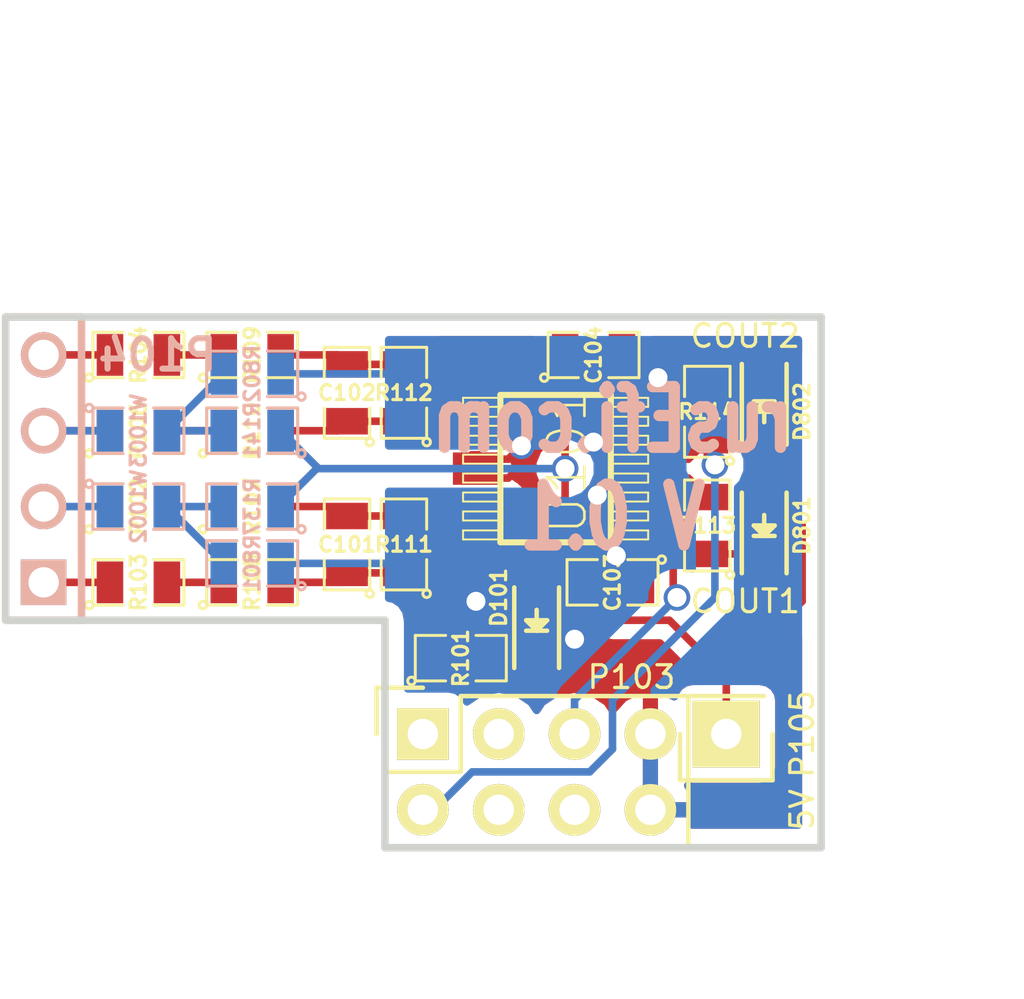
<source format=kicad_pcb>
(kicad_pcb (version 4) (host pcbnew 4.0.5)

  (general
    (links 54)
    (no_connects 0)
    (area 191.642999 117.982999 219.202001 136.017001)
    (thickness 1.6)
    (drawings 12)
    (tracks 118)
    (zones 0)
    (modules 30)
    (nets 22)
  )

  (page A)
  (title_block
    (title "VR board")
    (date 2018-12-15)
    (rev R0.2)
    (company "rusEFI by DAECU")
  )

  (layers
    (0 F.Cu signal)
    (31 B.Cu signal)
    (32 B.Adhes user)
    (33 F.Adhes user)
    (34 B.Paste user)
    (35 F.Paste user)
    (36 B.SilkS user hide)
    (37 F.SilkS user)
    (38 B.Mask user)
    (39 F.Mask user)
    (40 Dwgs.User user)
    (41 Cmts.User user)
    (42 Eco1.User user)
    (43 Eco2.User user)
    (44 Edge.Cuts user)
  )

  (setup
    (last_trace_width 0.254)
    (user_trace_width 0.5)
    (user_trace_width 1.27)
    (trace_clearance 0.1778)
    (zone_clearance 0.508)
    (zone_45_only no)
    (trace_min 0.254)
    (segment_width 0.254)
    (edge_width 0.254)
    (via_size 0.889)
    (via_drill 0.635)
    (via_min_size 0.889)
    (via_min_drill 0.508)
    (uvia_size 0.508)
    (uvia_drill 0.127)
    (uvias_allowed no)
    (uvia_min_size 0.508)
    (uvia_min_drill 0.127)
    (pcb_text_width 0.4318)
    (pcb_text_size 1.524 2.032)
    (mod_edge_width 0.09906)
    (mod_text_size 1.524 1.524)
    (mod_text_width 0.254)
    (pad_size 0.35052 0.70104)
    (pad_drill 0.6)
    (pad_to_mask_clearance 0.254)
    (aux_axis_origin 0 0)
    (visible_elements 7FFFF77F)
    (pcbplotparams
      (layerselection 0x010f0_80000001)
      (usegerberextensions true)
      (excludeedgelayer true)
      (linewidth 0.150000)
      (plotframeref false)
      (viasonmask false)
      (mode 1)
      (useauxorigin false)
      (hpglpennumber 1)
      (hpglpenspeed 20)
      (hpglpendiameter 15)
      (hpglpenoverlay 2)
      (psnegative false)
      (psa4output false)
      (plotreference true)
      (plotvalue false)
      (plotinvisibletext false)
      (padsonsilk false)
      (subtractmaskfromsilk false)
      (outputformat 1)
      (mirror false)
      (drillshape 0)
      (scaleselection 1)
      (outputdirectory gerber))
  )

  (net 0 "")
  (net 1 /5V)
  (net 2 /CAM+)
  (net 3 /CAM-)
  (net 4 /CRK2+)
  (net 5 /CRK2-)
  (net 6 GND)
  (net 7 "Net-(C101-Pad1)")
  (net 8 "Net-(C101-Pad2)")
  (net 9 "Net-(C102-Pad1)")
  (net 10 "Net-(C102-Pad2)")
  (net 11 "Net-(R102-Pad2)")
  (net 12 "Net-(R103-Pad2)")
  (net 13 "Net-(R104-Pad2)")
  (net 14 "Net-(R106-Pad2)")
  (net 15 "Net-(R137-Pad2)")
  (net 16 "Net-(R141-Pad2)")
  (net 17 /Cout2)
  (net 18 /Cout1)
  (net 19 "Net-(D101-Pad1)")
  (net 20 "Net-(D801-Pad1)")
  (net 21 "Net-(D802-Pad1)")

  (net_class Default "Это класс цепей по умолчанию."
    (clearance 0.1778)
    (trace_width 0.254)
    (via_dia 0.889)
    (via_drill 0.635)
    (uvia_dia 0.508)
    (uvia_drill 0.127)
    (add_net /5V)
    (add_net /CAM+)
    (add_net /CAM-)
    (add_net /CRK2+)
    (add_net /CRK2-)
    (add_net /Cout1)
    (add_net /Cout2)
    (add_net GND)
    (add_net "Net-(C101-Pad1)")
    (add_net "Net-(C101-Pad2)")
    (add_net "Net-(C102-Pad1)")
    (add_net "Net-(C102-Pad2)")
    (add_net "Net-(D101-Pad1)")
    (add_net "Net-(D801-Pad1)")
    (add_net "Net-(D802-Pad1)")
    (add_net "Net-(R102-Pad2)")
    (add_net "Net-(R103-Pad2)")
    (add_net "Net-(R104-Pad2)")
    (add_net "Net-(R106-Pad2)")
    (add_net "Net-(R137-Pad2)")
    (add_net "Net-(R141-Pad2)")
  )

  (module LED_0805 (layer F.Cu) (tedit 5C14D829) (tstamp 56D4E3F9)
    (at 217.17 125.095 90)
    (descr "LED 0805 smd package")
    (tags "LED 0805 SMD")
    (path /55237975)
    (attr smd)
    (fp_text reference D801 (at 0 1.27 270) (layer F.SilkS)
      (effects (font (size 0.508 0.508) (thickness 0.10922)))
    )
    (fp_text value LED-red (at 0 1.75 90) (layer F.Fab) hide
      (effects (font (size 1 1) (thickness 0.15)))
    )
    (fp_line (start -1.6 0.75) (end 1.1 0.75) (layer F.SilkS) (width 0.15))
    (fp_line (start -1.6 -0.75) (end 1.1 -0.75) (layer F.SilkS) (width 0.15))
    (fp_line (start -0.1 0.15) (end -0.1 -0.1) (layer F.SilkS) (width 0.15))
    (fp_line (start -0.1 -0.1) (end -0.25 0.05) (layer F.SilkS) (width 0.15))
    (fp_line (start -0.35 -0.35) (end -0.35 0.35) (layer F.SilkS) (width 0.15))
    (fp_line (start 0 0) (end 0.35 0) (layer F.SilkS) (width 0.15))
    (fp_line (start -0.35 0) (end 0 -0.35) (layer F.SilkS) (width 0.15))
    (fp_line (start 0 -0.35) (end 0 0.35) (layer F.SilkS) (width 0.15))
    (fp_line (start 0 0.35) (end -0.35 0) (layer F.SilkS) (width 0.15))
    (fp_line (start 1.9 -0.95) (end 1.9 0.95) (layer F.CrtYd) (width 0.05))
    (fp_line (start 1.9 0.95) (end -1.9 0.95) (layer F.CrtYd) (width 0.05))
    (fp_line (start -1.9 0.95) (end -1.9 -0.95) (layer F.CrtYd) (width 0.05))
    (fp_line (start -1.9 -0.95) (end 1.9 -0.95) (layer F.CrtYd) (width 0.05))
    (pad 2 smd rect (at 1.04902 0 270) (size 1.19888 1.19888) (layers F.Cu F.Paste F.Mask)
      (net 1 /5V))
    (pad 1 smd rect (at -1.04902 0 270) (size 1.19888 1.19888) (layers F.Cu F.Paste F.Mask)
      (net 20 "Net-(D801-Pad1)"))
    (model LEDs.3dshapes/LED_0805.wrl
      (at (xyz 0 0 0))
      (scale (xyz 1 1 1))
      (rotate (xyz 0 0 0))
    )
  )

  (module LED_0805 (layer F.Cu) (tedit 5C14D83D) (tstamp 5C14D4E9)
    (at 209.55 128.27 90)
    (descr "LED 0805 smd package")
    (tags "LED 0805 SMD")
    (path /5C14D6AC)
    (attr smd)
    (fp_text reference D101 (at 0.762 -1.27 90) (layer F.SilkS)
      (effects (font (size 0.508 0.508) (thickness 0.10922)))
    )
    (fp_text value LED-red (at 0 1.75 90) (layer F.Fab) hide
      (effects (font (size 1 1) (thickness 0.15)))
    )
    (fp_line (start -1.6 0.75) (end 1.1 0.75) (layer F.SilkS) (width 0.15))
    (fp_line (start -1.6 -0.75) (end 1.1 -0.75) (layer F.SilkS) (width 0.15))
    (fp_line (start -0.1 0.15) (end -0.1 -0.1) (layer F.SilkS) (width 0.15))
    (fp_line (start -0.1 -0.1) (end -0.25 0.05) (layer F.SilkS) (width 0.15))
    (fp_line (start -0.35 -0.35) (end -0.35 0.35) (layer F.SilkS) (width 0.15))
    (fp_line (start 0 0) (end 0.35 0) (layer F.SilkS) (width 0.15))
    (fp_line (start -0.35 0) (end 0 -0.35) (layer F.SilkS) (width 0.15))
    (fp_line (start 0 -0.35) (end 0 0.35) (layer F.SilkS) (width 0.15))
    (fp_line (start 0 0.35) (end -0.35 0) (layer F.SilkS) (width 0.15))
    (fp_line (start 1.9 -0.95) (end 1.9 0.95) (layer F.CrtYd) (width 0.05))
    (fp_line (start 1.9 0.95) (end -1.9 0.95) (layer F.CrtYd) (width 0.05))
    (fp_line (start -1.9 0.95) (end -1.9 -0.95) (layer F.CrtYd) (width 0.05))
    (fp_line (start -1.9 -0.95) (end 1.9 -0.95) (layer F.CrtYd) (width 0.05))
    (pad 2 smd rect (at 1.04902 0 270) (size 1.19888 1.19888) (layers F.Cu F.Paste F.Mask)
      (net 1 /5V))
    (pad 1 smd rect (at -1.04902 0 270) (size 1.19888 1.19888) (layers F.Cu F.Paste F.Mask)
      (net 19 "Net-(D101-Pad1)"))
    (model LEDs.3dshapes/LED_0805.wrl
      (at (xyz 0 0 0))
      (scale (xyz 1 1 1))
      (rotate (xyz 0 0 0))
    )
  )

  (module SM0805 placed (layer F.Cu) (tedit 5C14D305) (tstamp 5C14D4CC)
    (at 207.01 129.54)
    (path /5C14D89B)
    (attr smd)
    (fp_text reference R101 (at 0 0 90) (layer F.SilkS)
      (effects (font (size 0.50038 0.50038) (thickness 0.10922)))
    )
    (fp_text value 10k (at 0 0.381) (layer F.SilkS) hide
      (effects (font (size 0.50038 0.50038) (thickness 0.10922)))
    )
    (fp_circle (center -1.651 0.762) (end -1.651 0.635) (layer F.SilkS) (width 0.09906))
    (fp_line (start -0.508 0.762) (end -1.524 0.762) (layer F.SilkS) (width 0.09906))
    (fp_line (start -1.524 0.762) (end -1.524 -0.762) (layer F.SilkS) (width 0.09906))
    (fp_line (start -1.524 -0.762) (end -0.508 -0.762) (layer F.SilkS) (width 0.09906))
    (fp_line (start 0.508 -0.762) (end 1.524 -0.762) (layer F.SilkS) (width 0.09906))
    (fp_line (start 1.524 -0.762) (end 1.524 0.762) (layer F.SilkS) (width 0.09906))
    (fp_line (start 1.524 0.762) (end 0.508 0.762) (layer F.SilkS) (width 0.09906))
    (pad 1 smd rect (at -0.9525 0) (size 0.889 1.397) (layers F.Cu F.Paste F.Mask)
      (net 6 GND))
    (pad 2 smd rect (at 0.9525 0) (size 0.889 1.397) (layers F.Cu F.Paste F.Mask)
      (net 19 "Net-(D101-Pad1)"))
    (model smd/chip_cms.wrl
      (at (xyz 0 0 0))
      (scale (xyz 0.1 0.1 0.1))
      (rotate (xyz 0 0 0))
    )
  )

  (module SM0805 placed (layer F.Cu) (tedit 56D4E61B) (tstamp 528A14D4)
    (at 203.2 125.73 90)
    (path /4AD9C851)
    (attr smd)
    (fp_text reference C101 (at 0 0 180) (layer F.SilkS)
      (effects (font (size 0.50038 0.50038) (thickness 0.10922)))
    )
    (fp_text value 1000pF (at 0 0.381 90) (layer F.SilkS) hide
      (effects (font (size 0.50038 0.50038) (thickness 0.10922)))
    )
    (fp_circle (center -1.651 0.762) (end -1.651 0.635) (layer F.SilkS) (width 0.09906))
    (fp_line (start -0.508 0.762) (end -1.524 0.762) (layer F.SilkS) (width 0.09906))
    (fp_line (start -1.524 0.762) (end -1.524 -0.762) (layer F.SilkS) (width 0.09906))
    (fp_line (start -1.524 -0.762) (end -0.508 -0.762) (layer F.SilkS) (width 0.09906))
    (fp_line (start 0.508 -0.762) (end 1.524 -0.762) (layer F.SilkS) (width 0.09906))
    (fp_line (start 1.524 -0.762) (end 1.524 0.762) (layer F.SilkS) (width 0.09906))
    (fp_line (start 1.524 0.762) (end 0.508 0.762) (layer F.SilkS) (width 0.09906))
    (pad 1 smd rect (at -0.9525 0 90) (size 0.889 1.397) (layers F.Cu F.Paste F.Mask)
      (net 7 "Net-(C101-Pad1)"))
    (pad 2 smd rect (at 0.9525 0 90) (size 0.889 1.397) (layers F.Cu F.Paste F.Mask)
      (net 8 "Net-(C101-Pad2)"))
    (model smd/chip_cms.wrl
      (at (xyz 0 0 0))
      (scale (xyz 0.1 0.1 0.1))
      (rotate (xyz 0 0 0))
    )
  )

  (module SM0805 placed (layer F.Cu) (tedit 56D4E61F) (tstamp 528A14E1)
    (at 203.2 120.65 90)
    (path /4AD9CD25)
    (attr smd)
    (fp_text reference C102 (at 0 0 180) (layer F.SilkS)
      (effects (font (size 0.50038 0.50038) (thickness 0.10922)))
    )
    (fp_text value 1000pF (at 0 0.381 90) (layer F.SilkS) hide
      (effects (font (size 0.50038 0.50038) (thickness 0.10922)))
    )
    (fp_circle (center -1.651 0.762) (end -1.651 0.635) (layer F.SilkS) (width 0.09906))
    (fp_line (start -0.508 0.762) (end -1.524 0.762) (layer F.SilkS) (width 0.09906))
    (fp_line (start -1.524 0.762) (end -1.524 -0.762) (layer F.SilkS) (width 0.09906))
    (fp_line (start -1.524 -0.762) (end -0.508 -0.762) (layer F.SilkS) (width 0.09906))
    (fp_line (start 0.508 -0.762) (end 1.524 -0.762) (layer F.SilkS) (width 0.09906))
    (fp_line (start 1.524 -0.762) (end 1.524 0.762) (layer F.SilkS) (width 0.09906))
    (fp_line (start 1.524 0.762) (end 0.508 0.762) (layer F.SilkS) (width 0.09906))
    (pad 1 smd rect (at -0.9525 0 90) (size 0.889 1.397) (layers F.Cu F.Paste F.Mask)
      (net 9 "Net-(C102-Pad1)"))
    (pad 2 smd rect (at 0.9525 0 90) (size 0.889 1.397) (layers F.Cu F.Paste F.Mask)
      (net 10 "Net-(C102-Pad2)"))
    (model smd/chip_cms.wrl
      (at (xyz 0 0 0))
      (scale (xyz 0.1 0.1 0.1))
      (rotate (xyz 0 0 0))
    )
  )

  (module SM0805 placed (layer F.Cu) (tedit 56D4E60A) (tstamp 528A14FA)
    (at 211.455 119.38)
    (path /50D6291F)
    (attr smd)
    (fp_text reference C104 (at 0 0 90) (layer F.SilkS)
      (effects (font (size 0.50038 0.50038) (thickness 0.10922)))
    )
    (fp_text value 0.1uF (at 0 0.381) (layer F.SilkS) hide
      (effects (font (size 0.50038 0.50038) (thickness 0.10922)))
    )
    (fp_circle (center -1.651 0.762) (end -1.651 0.635) (layer F.SilkS) (width 0.09906))
    (fp_line (start -0.508 0.762) (end -1.524 0.762) (layer F.SilkS) (width 0.09906))
    (fp_line (start -1.524 0.762) (end -1.524 -0.762) (layer F.SilkS) (width 0.09906))
    (fp_line (start -1.524 -0.762) (end -0.508 -0.762) (layer F.SilkS) (width 0.09906))
    (fp_line (start 0.508 -0.762) (end 1.524 -0.762) (layer F.SilkS) (width 0.09906))
    (fp_line (start 1.524 -0.762) (end 1.524 0.762) (layer F.SilkS) (width 0.09906))
    (fp_line (start 1.524 0.762) (end 0.508 0.762) (layer F.SilkS) (width 0.09906))
    (pad 1 smd rect (at -0.9525 0) (size 0.889 1.397) (layers F.Cu F.Paste F.Mask)
      (net 1 /5V))
    (pad 2 smd rect (at 0.9525 0) (size 0.889 1.397) (layers F.Cu F.Paste F.Mask)
      (net 6 GND))
    (model smd/chip_cms.wrl
      (at (xyz 0 0 0))
      (scale (xyz 0.1 0.1 0.1))
      (rotate (xyz 0 0 0))
    )
  )

  (module SM0805 placed (layer F.Cu) (tedit 56D4E511) (tstamp 529E9947)
    (at 196.215 124.46)
    (path /4E39E3A9)
    (attr smd)
    (fp_text reference R102 (at 0 0 90) (layer F.SilkS)
      (effects (font (size 0.50038 0.50038) (thickness 0.10922)))
    )
    (fp_text value 5k (at 0 0.381) (layer F.SilkS) hide
      (effects (font (size 0.50038 0.50038) (thickness 0.10922)))
    )
    (fp_circle (center -1.651 0.762) (end -1.651 0.635) (layer F.SilkS) (width 0.09906))
    (fp_line (start -0.508 0.762) (end -1.524 0.762) (layer F.SilkS) (width 0.09906))
    (fp_line (start -1.524 0.762) (end -1.524 -0.762) (layer F.SilkS) (width 0.09906))
    (fp_line (start -1.524 -0.762) (end -0.508 -0.762) (layer F.SilkS) (width 0.09906))
    (fp_line (start 0.508 -0.762) (end 1.524 -0.762) (layer F.SilkS) (width 0.09906))
    (fp_line (start 1.524 -0.762) (end 1.524 0.762) (layer F.SilkS) (width 0.09906))
    (fp_line (start 1.524 0.762) (end 0.508 0.762) (layer F.SilkS) (width 0.09906))
    (pad 1 smd rect (at -0.9525 0) (size 0.889 1.397) (layers F.Cu F.Paste F.Mask)
      (net 5 /CRK2-))
    (pad 2 smd rect (at 0.9525 0) (size 0.889 1.397) (layers F.Cu F.Paste F.Mask)
      (net 11 "Net-(R102-Pad2)"))
    (model smd/chip_cms.wrl
      (at (xyz 0 0 0))
      (scale (xyz 0.1 0.1 0.1))
      (rotate (xyz 0 0 0))
    )
  )

  (module SM0805 placed (layer F.Cu) (tedit 56D4E539) (tstamp 528A15A8)
    (at 196.215 127)
    (path /4E39E3A5)
    (attr smd)
    (fp_text reference R103 (at 0 0 90) (layer F.SilkS)
      (effects (font (size 0.50038 0.50038) (thickness 0.10922)))
    )
    (fp_text value 5k (at 0 0.381) (layer F.SilkS) hide
      (effects (font (size 0.50038 0.50038) (thickness 0.10922)))
    )
    (fp_circle (center -1.651 0.762) (end -1.651 0.635) (layer F.SilkS) (width 0.09906))
    (fp_line (start -0.508 0.762) (end -1.524 0.762) (layer F.SilkS) (width 0.09906))
    (fp_line (start -1.524 0.762) (end -1.524 -0.762) (layer F.SilkS) (width 0.09906))
    (fp_line (start -1.524 -0.762) (end -0.508 -0.762) (layer F.SilkS) (width 0.09906))
    (fp_line (start 0.508 -0.762) (end 1.524 -0.762) (layer F.SilkS) (width 0.09906))
    (fp_line (start 1.524 -0.762) (end 1.524 0.762) (layer F.SilkS) (width 0.09906))
    (fp_line (start 1.524 0.762) (end 0.508 0.762) (layer F.SilkS) (width 0.09906))
    (pad 1 smd rect (at -0.9525 0) (size 0.889 1.397) (layers F.Cu F.Paste F.Mask)
      (net 4 /CRK2+))
    (pad 2 smd rect (at 0.9525 0) (size 0.889 1.397) (layers F.Cu F.Paste F.Mask)
      (net 12 "Net-(R103-Pad2)"))
    (model smd/chip_cms.wrl
      (at (xyz 0 0 0))
      (scale (xyz 0.1 0.1 0.1))
      (rotate (xyz 0 0 0))
    )
  )

  (module SM0805 placed (layer F.Cu) (tedit 56D4E55C) (tstamp 528A15B5)
    (at 196.215 119.38)
    (path /4E39E39B)
    (attr smd)
    (fp_text reference R104 (at 0 0 90) (layer F.SilkS)
      (effects (font (size 0.50038 0.50038) (thickness 0.10922)))
    )
    (fp_text value 5k (at 0 0.381) (layer F.SilkS) hide
      (effects (font (size 0.50038 0.50038) (thickness 0.10922)))
    )
    (fp_circle (center -1.651 0.762) (end -1.651 0.635) (layer F.SilkS) (width 0.09906))
    (fp_line (start -0.508 0.762) (end -1.524 0.762) (layer F.SilkS) (width 0.09906))
    (fp_line (start -1.524 0.762) (end -1.524 -0.762) (layer F.SilkS) (width 0.09906))
    (fp_line (start -1.524 -0.762) (end -0.508 -0.762) (layer F.SilkS) (width 0.09906))
    (fp_line (start 0.508 -0.762) (end 1.524 -0.762) (layer F.SilkS) (width 0.09906))
    (fp_line (start 1.524 -0.762) (end 1.524 0.762) (layer F.SilkS) (width 0.09906))
    (fp_line (start 1.524 0.762) (end 0.508 0.762) (layer F.SilkS) (width 0.09906))
    (pad 1 smd rect (at -0.9525 0) (size 0.889 1.397) (layers F.Cu F.Paste F.Mask)
      (net 2 /CAM+))
    (pad 2 smd rect (at 0.9525 0) (size 0.889 1.397) (layers F.Cu F.Paste F.Mask)
      (net 13 "Net-(R104-Pad2)"))
    (model smd/chip_cms.wrl
      (at (xyz 0 0 0))
      (scale (xyz 0.1 0.1 0.1))
      (rotate (xyz 0 0 0))
    )
  )

  (module SM0805 (layer F.Cu) (tedit 56D4E74E) (tstamp 528A15CF)
    (at 196.215 121.92)
    (path /4E39E39D)
    (attr smd)
    (fp_text reference R106 (at 0 0 90) (layer F.SilkS)
      (effects (font (size 0.50038 0.50038) (thickness 0.10922)))
    )
    (fp_text value 5k (at 0 0.381) (layer F.SilkS) hide
      (effects (font (size 0.50038 0.50038) (thickness 0.10922)))
    )
    (fp_circle (center -1.651 0.762) (end -1.651 0.635) (layer F.SilkS) (width 0.09906))
    (fp_line (start -0.508 0.762) (end -1.524 0.762) (layer F.SilkS) (width 0.09906))
    (fp_line (start -1.524 0.762) (end -1.524 -0.762) (layer F.SilkS) (width 0.09906))
    (fp_line (start -1.524 -0.762) (end -0.508 -0.762) (layer F.SilkS) (width 0.09906))
    (fp_line (start 0.508 -0.762) (end 1.524 -0.762) (layer F.SilkS) (width 0.09906))
    (fp_line (start 1.524 -0.762) (end 1.524 0.762) (layer F.SilkS) (width 0.09906))
    (fp_line (start 1.524 0.762) (end 0.508 0.762) (layer F.SilkS) (width 0.09906))
    (pad 1 smd rect (at -0.9525 0) (size 0.889 1.397) (layers F.Cu F.Paste F.Mask)
      (net 3 /CAM-))
    (pad 2 smd rect (at 0.9525 0) (size 0.889 1.397) (layers F.Cu F.Paste F.Mask)
      (net 14 "Net-(R106-Pad2)"))
    (model smd/chip_cms.wrl
      (at (xyz 0 0 0))
      (scale (xyz 0.1 0.1 0.1))
      (rotate (xyz 0 0 0))
    )
  )

  (module SM0805 placed (layer F.Cu) (tedit 56D4E519) (tstamp 528A15DC)
    (at 200.025 124.46)
    (path /4E39E3AD)
    (attr smd)
    (fp_text reference R107 (at 0 0 90) (layer F.SilkS)
      (effects (font (size 0.50038 0.50038) (thickness 0.10922)))
    )
    (fp_text value 5k (at 0 0.381) (layer F.SilkS) hide
      (effects (font (size 0.50038 0.50038) (thickness 0.10922)))
    )
    (fp_circle (center -1.651 0.762) (end -1.651 0.635) (layer F.SilkS) (width 0.09906))
    (fp_line (start -0.508 0.762) (end -1.524 0.762) (layer F.SilkS) (width 0.09906))
    (fp_line (start -1.524 0.762) (end -1.524 -0.762) (layer F.SilkS) (width 0.09906))
    (fp_line (start -1.524 -0.762) (end -0.508 -0.762) (layer F.SilkS) (width 0.09906))
    (fp_line (start 0.508 -0.762) (end 1.524 -0.762) (layer F.SilkS) (width 0.09906))
    (fp_line (start 1.524 -0.762) (end 1.524 0.762) (layer F.SilkS) (width 0.09906))
    (fp_line (start 1.524 0.762) (end 0.508 0.762) (layer F.SilkS) (width 0.09906))
    (pad 1 smd rect (at -0.9525 0) (size 0.889 1.397) (layers F.Cu F.Paste F.Mask)
      (net 11 "Net-(R102-Pad2)"))
    (pad 2 smd rect (at 0.9525 0) (size 0.889 1.397) (layers F.Cu F.Paste F.Mask)
      (net 8 "Net-(C101-Pad2)"))
    (model smd/chip_cms.wrl
      (at (xyz 0 0 0))
      (scale (xyz 0.1 0.1 0.1))
      (rotate (xyz 0 0 0))
    )
  )

  (module SM0805 placed (layer F.Cu) (tedit 56D4E554) (tstamp 528A15E9)
    (at 200.025 127)
    (path /4E39E3A0)
    (attr smd)
    (fp_text reference R108 (at 0 0 90) (layer F.SilkS)
      (effects (font (size 0.50038 0.50038) (thickness 0.10922)))
    )
    (fp_text value 5k (at 0 0.381) (layer F.SilkS) hide
      (effects (font (size 0.50038 0.50038) (thickness 0.10922)))
    )
    (fp_circle (center -1.651 0.762) (end -1.651 0.635) (layer F.SilkS) (width 0.09906))
    (fp_line (start -0.508 0.762) (end -1.524 0.762) (layer F.SilkS) (width 0.09906))
    (fp_line (start -1.524 0.762) (end -1.524 -0.762) (layer F.SilkS) (width 0.09906))
    (fp_line (start -1.524 -0.762) (end -0.508 -0.762) (layer F.SilkS) (width 0.09906))
    (fp_line (start 0.508 -0.762) (end 1.524 -0.762) (layer F.SilkS) (width 0.09906))
    (fp_line (start 1.524 -0.762) (end 1.524 0.762) (layer F.SilkS) (width 0.09906))
    (fp_line (start 1.524 0.762) (end 0.508 0.762) (layer F.SilkS) (width 0.09906))
    (pad 1 smd rect (at -0.9525 0) (size 0.889 1.397) (layers F.Cu F.Paste F.Mask)
      (net 12 "Net-(R103-Pad2)"))
    (pad 2 smd rect (at 0.9525 0) (size 0.889 1.397) (layers F.Cu F.Paste F.Mask)
      (net 7 "Net-(C101-Pad1)"))
    (model smd/chip_cms.wrl
      (at (xyz 0 0 0))
      (scale (xyz 0.1 0.1 0.1))
      (rotate (xyz 0 0 0))
    )
  )

  (module SM0805 placed (layer F.Cu) (tedit 56D4E756) (tstamp 528A15F6)
    (at 200.025 119.38)
    (path /4E39E396)
    (attr smd)
    (fp_text reference R109 (at 0 0 90) (layer F.SilkS)
      (effects (font (size 0.50038 0.50038) (thickness 0.10922)))
    )
    (fp_text value 5k (at 0 0.381) (layer F.SilkS) hide
      (effects (font (size 0.50038 0.50038) (thickness 0.10922)))
    )
    (fp_circle (center -1.651 0.762) (end -1.651 0.635) (layer F.SilkS) (width 0.09906))
    (fp_line (start -0.508 0.762) (end -1.524 0.762) (layer F.SilkS) (width 0.09906))
    (fp_line (start -1.524 0.762) (end -1.524 -0.762) (layer F.SilkS) (width 0.09906))
    (fp_line (start -1.524 -0.762) (end -0.508 -0.762) (layer F.SilkS) (width 0.09906))
    (fp_line (start 0.508 -0.762) (end 1.524 -0.762) (layer F.SilkS) (width 0.09906))
    (fp_line (start 1.524 -0.762) (end 1.524 0.762) (layer F.SilkS) (width 0.09906))
    (fp_line (start 1.524 0.762) (end 0.508 0.762) (layer F.SilkS) (width 0.09906))
    (pad 1 smd rect (at -0.9525 0) (size 0.889 1.397) (layers F.Cu F.Paste F.Mask)
      (net 13 "Net-(R104-Pad2)"))
    (pad 2 smd rect (at 0.9525 0) (size 0.889 1.397) (layers F.Cu F.Paste F.Mask)
      (net 10 "Net-(C102-Pad2)"))
    (model smd/chip_cms.wrl
      (at (xyz 0 0 0))
      (scale (xyz 0.1 0.1 0.1))
      (rotate (xyz 0 0 0))
    )
  )

  (module SM0805 placed (layer F.Cu) (tedit 56D4E74C) (tstamp 528A1603)
    (at 200.025 121.92)
    (path /4E39E393)
    (attr smd)
    (fp_text reference R110 (at 0 0 90) (layer F.SilkS)
      (effects (font (size 0.50038 0.50038) (thickness 0.10922)))
    )
    (fp_text value 5k (at 0 0.381) (layer F.SilkS) hide
      (effects (font (size 0.50038 0.50038) (thickness 0.10922)))
    )
    (fp_circle (center -1.651 0.762) (end -1.651 0.635) (layer F.SilkS) (width 0.09906))
    (fp_line (start -0.508 0.762) (end -1.524 0.762) (layer F.SilkS) (width 0.09906))
    (fp_line (start -1.524 0.762) (end -1.524 -0.762) (layer F.SilkS) (width 0.09906))
    (fp_line (start -1.524 -0.762) (end -0.508 -0.762) (layer F.SilkS) (width 0.09906))
    (fp_line (start 0.508 -0.762) (end 1.524 -0.762) (layer F.SilkS) (width 0.09906))
    (fp_line (start 1.524 -0.762) (end 1.524 0.762) (layer F.SilkS) (width 0.09906))
    (fp_line (start 1.524 0.762) (end 0.508 0.762) (layer F.SilkS) (width 0.09906))
    (pad 1 smd rect (at -0.9525 0) (size 0.889 1.397) (layers F.Cu F.Paste F.Mask)
      (net 14 "Net-(R106-Pad2)"))
    (pad 2 smd rect (at 0.9525 0) (size 0.889 1.397) (layers F.Cu F.Paste F.Mask)
      (net 9 "Net-(C102-Pad1)"))
    (model smd/chip_cms.wrl
      (at (xyz 0 0 0))
      (scale (xyz 0.1 0.1 0.1))
      (rotate (xyz 0 0 0))
    )
  )

  (module SM0805 placed (layer F.Cu) (tedit 56D4E615) (tstamp 529E99E5)
    (at 205.105 125.73 90)
    (path /4E39E390)
    (attr smd)
    (fp_text reference R111 (at 0 0 180) (layer F.SilkS)
      (effects (font (size 0.50038 0.50038) (thickness 0.10922)))
    )
    (fp_text value 5k (at 0 0.381 90) (layer F.SilkS) hide
      (effects (font (size 0.50038 0.50038) (thickness 0.10922)))
    )
    (fp_circle (center -1.651 0.762) (end -1.651 0.635) (layer F.SilkS) (width 0.09906))
    (fp_line (start -0.508 0.762) (end -1.524 0.762) (layer F.SilkS) (width 0.09906))
    (fp_line (start -1.524 0.762) (end -1.524 -0.762) (layer F.SilkS) (width 0.09906))
    (fp_line (start -1.524 -0.762) (end -0.508 -0.762) (layer F.SilkS) (width 0.09906))
    (fp_line (start 0.508 -0.762) (end 1.524 -0.762) (layer F.SilkS) (width 0.09906))
    (fp_line (start 1.524 -0.762) (end 1.524 0.762) (layer F.SilkS) (width 0.09906))
    (fp_line (start 1.524 0.762) (end 0.508 0.762) (layer F.SilkS) (width 0.09906))
    (pad 1 smd rect (at -0.9525 0 90) (size 0.889 1.397) (layers F.Cu F.Paste F.Mask)
      (net 7 "Net-(C101-Pad1)"))
    (pad 2 smd rect (at 0.9525 0 90) (size 0.889 1.397) (layers F.Cu F.Paste F.Mask)
      (net 8 "Net-(C101-Pad2)"))
    (model smd/chip_cms.wrl
      (at (xyz 0 0 0))
      (scale (xyz 0.1 0.1 0.1))
      (rotate (xyz 0 0 0))
    )
  )

  (module SM0805 placed (layer F.Cu) (tedit 56D4E624) (tstamp 528A161D)
    (at 205.105 120.65 90)
    (path /4E39E38D)
    (attr smd)
    (fp_text reference R112 (at 0 0 180) (layer F.SilkS)
      (effects (font (size 0.50038 0.50038) (thickness 0.10922)))
    )
    (fp_text value 5k (at 0 0.381 90) (layer F.SilkS) hide
      (effects (font (size 0.50038 0.50038) (thickness 0.10922)))
    )
    (fp_circle (center -1.651 0.762) (end -1.651 0.635) (layer F.SilkS) (width 0.09906))
    (fp_line (start -0.508 0.762) (end -1.524 0.762) (layer F.SilkS) (width 0.09906))
    (fp_line (start -1.524 0.762) (end -1.524 -0.762) (layer F.SilkS) (width 0.09906))
    (fp_line (start -1.524 -0.762) (end -0.508 -0.762) (layer F.SilkS) (width 0.09906))
    (fp_line (start 0.508 -0.762) (end 1.524 -0.762) (layer F.SilkS) (width 0.09906))
    (fp_line (start 1.524 -0.762) (end 1.524 0.762) (layer F.SilkS) (width 0.09906))
    (fp_line (start 1.524 0.762) (end 0.508 0.762) (layer F.SilkS) (width 0.09906))
    (pad 1 smd rect (at -0.9525 0 90) (size 0.889 1.397) (layers F.Cu F.Paste F.Mask)
      (net 9 "Net-(C102-Pad1)"))
    (pad 2 smd rect (at 0.9525 0 90) (size 0.889 1.397) (layers F.Cu F.Paste F.Mask)
      (net 10 "Net-(C102-Pad2)"))
    (model smd/chip_cms.wrl
      (at (xyz 0 0 0))
      (scale (xyz 0.1 0.1 0.1))
      (rotate (xyz 0 0 0))
    )
  )

  (module SM0805 placed (layer F.Cu) (tedit 56D4E70D) (tstamp 52E1E98D)
    (at 215.265 125.095 90)
    (path /4AD9C75B)
    (attr smd)
    (fp_text reference R113 (at 0 0 180) (layer F.SilkS)
      (effects (font (size 0.50038 0.50038) (thickness 0.10922)))
    )
    (fp_text value 10k (at 0 0.381 90) (layer F.SilkS) hide
      (effects (font (size 0.50038 0.50038) (thickness 0.10922)))
    )
    (fp_circle (center -1.651 0.762) (end -1.651 0.635) (layer F.SilkS) (width 0.09906))
    (fp_line (start -0.508 0.762) (end -1.524 0.762) (layer F.SilkS) (width 0.09906))
    (fp_line (start -1.524 0.762) (end -1.524 -0.762) (layer F.SilkS) (width 0.09906))
    (fp_line (start -1.524 -0.762) (end -0.508 -0.762) (layer F.SilkS) (width 0.09906))
    (fp_line (start 0.508 -0.762) (end 1.524 -0.762) (layer F.SilkS) (width 0.09906))
    (fp_line (start 1.524 -0.762) (end 1.524 0.762) (layer F.SilkS) (width 0.09906))
    (fp_line (start 1.524 0.762) (end 0.508 0.762) (layer F.SilkS) (width 0.09906))
    (pad 1 smd rect (at -0.9525 0 90) (size 0.889 1.397) (layers F.Cu F.Paste F.Mask)
      (net 20 "Net-(D801-Pad1)"))
    (pad 2 smd rect (at 0.9525 0 90) (size 0.889 1.397) (layers F.Cu F.Paste F.Mask)
      (net 18 /Cout1))
    (model smd/chip_cms.wrl
      (at (xyz 0 0 0))
      (scale (xyz 0.1 0.1 0.1))
      (rotate (xyz 0 0 0))
    )
  )

  (module SM0805 placed (layer F.Cu) (tedit 56D4E710) (tstamp 528A1637)
    (at 215.265 121.285 90)
    (path /5101D08D)
    (attr smd)
    (fp_text reference R114 (at 0 0 180) (layer F.SilkS)
      (effects (font (size 0.50038 0.50038) (thickness 0.10922)))
    )
    (fp_text value 10k (at 0 0.381 90) (layer F.SilkS) hide
      (effects (font (size 0.50038 0.50038) (thickness 0.10922)))
    )
    (fp_circle (center -1.651 0.762) (end -1.651 0.635) (layer F.SilkS) (width 0.09906))
    (fp_line (start -0.508 0.762) (end -1.524 0.762) (layer F.SilkS) (width 0.09906))
    (fp_line (start -1.524 0.762) (end -1.524 -0.762) (layer F.SilkS) (width 0.09906))
    (fp_line (start -1.524 -0.762) (end -0.508 -0.762) (layer F.SilkS) (width 0.09906))
    (fp_line (start 0.508 -0.762) (end 1.524 -0.762) (layer F.SilkS) (width 0.09906))
    (fp_line (start 1.524 -0.762) (end 1.524 0.762) (layer F.SilkS) (width 0.09906))
    (fp_line (start 1.524 0.762) (end 0.508 0.762) (layer F.SilkS) (width 0.09906))
    (pad 1 smd rect (at -0.9525 0 90) (size 0.889 1.397) (layers F.Cu F.Paste F.Mask)
      (net 17 /Cout2))
    (pad 2 smd rect (at 0.9525 0 90) (size 0.889 1.397) (layers F.Cu F.Paste F.Mask)
      (net 21 "Net-(D802-Pad1)"))
    (model smd/chip_cms.wrl
      (at (xyz 0 0 0))
      (scale (xyz 0.1 0.1 0.1))
      (rotate (xyz 0 0 0))
    )
  )

  (module maxim-10-QSOP16 placed (layer F.Cu) (tedit 529E9A8F) (tstamp 529C9412)
    (at 210.185 123.19 90)
    (descr "SMALL OUTLINE PACKAGE")
    (tags "SMALL OUTLINE PACKAGE")
    (path /4BF90B79)
    (attr smd)
    (fp_text reference U101 (at 0.254 0.381 90) (layer F.SilkS)
      (effects (font (size 1.27 1.27) (thickness 0.0889)))
    )
    (fp_text value MAX9926/9927 (at -3.45186 -0.97028 180) (layer F.SilkS) hide
      (effects (font (size 1.27 1.27) (thickness 0.0889)))
    )
    (fp_line (start -2.37236 3.0988) (end -2.0701 3.0988) (layer F.SilkS) (width 0.06604))
    (fp_line (start -2.0701 3.0988) (end -2.0701 1.79832) (layer F.SilkS) (width 0.06604))
    (fp_line (start -2.37236 1.79832) (end -2.0701 1.79832) (layer F.SilkS) (width 0.06604))
    (fp_line (start -2.37236 3.0988) (end -2.37236 1.79832) (layer F.SilkS) (width 0.06604))
    (fp_line (start -1.73736 3.0988) (end -1.4351 3.0988) (layer F.SilkS) (width 0.06604))
    (fp_line (start -1.4351 3.0988) (end -1.4351 1.79832) (layer F.SilkS) (width 0.06604))
    (fp_line (start -1.73736 1.79832) (end -1.4351 1.79832) (layer F.SilkS) (width 0.06604))
    (fp_line (start -1.73736 3.0988) (end -1.73736 1.79832) (layer F.SilkS) (width 0.06604))
    (fp_line (start -1.10236 3.0988) (end -0.8001 3.0988) (layer F.SilkS) (width 0.06604))
    (fp_line (start -0.8001 3.0988) (end -0.8001 1.79832) (layer F.SilkS) (width 0.06604))
    (fp_line (start -1.10236 1.79832) (end -0.8001 1.79832) (layer F.SilkS) (width 0.06604))
    (fp_line (start -1.10236 3.0988) (end -1.10236 1.79832) (layer F.SilkS) (width 0.06604))
    (fp_line (start -0.46736 3.0988) (end -0.1651 3.0988) (layer F.SilkS) (width 0.06604))
    (fp_line (start -0.1651 3.0988) (end -0.1651 1.79832) (layer F.SilkS) (width 0.06604))
    (fp_line (start -0.46736 1.79832) (end -0.1651 1.79832) (layer F.SilkS) (width 0.06604))
    (fp_line (start -0.46736 3.0988) (end -0.46736 1.79832) (layer F.SilkS) (width 0.06604))
    (fp_line (start 0.1651 3.0988) (end 0.46736 3.0988) (layer F.SilkS) (width 0.06604))
    (fp_line (start 0.46736 3.0988) (end 0.46736 1.79832) (layer F.SilkS) (width 0.06604))
    (fp_line (start 0.1651 1.79832) (end 0.46736 1.79832) (layer F.SilkS) (width 0.06604))
    (fp_line (start 0.1651 3.0988) (end 0.1651 1.79832) (layer F.SilkS) (width 0.06604))
    (fp_line (start 0.8001 3.0988) (end 1.10236 3.0988) (layer F.SilkS) (width 0.06604))
    (fp_line (start 1.10236 3.0988) (end 1.10236 1.79832) (layer F.SilkS) (width 0.06604))
    (fp_line (start 0.8001 1.79832) (end 1.10236 1.79832) (layer F.SilkS) (width 0.06604))
    (fp_line (start 0.8001 3.0988) (end 0.8001 1.79832) (layer F.SilkS) (width 0.06604))
    (fp_line (start 1.4351 3.0988) (end 1.73736 3.0988) (layer F.SilkS) (width 0.06604))
    (fp_line (start 1.73736 3.0988) (end 1.73736 1.79832) (layer F.SilkS) (width 0.06604))
    (fp_line (start 1.4351 1.79832) (end 1.73736 1.79832) (layer F.SilkS) (width 0.06604))
    (fp_line (start 1.4351 3.0988) (end 1.4351 1.79832) (layer F.SilkS) (width 0.06604))
    (fp_line (start 2.0701 3.0988) (end 2.37236 3.0988) (layer F.SilkS) (width 0.06604))
    (fp_line (start 2.37236 3.0988) (end 2.37236 1.79832) (layer F.SilkS) (width 0.06604))
    (fp_line (start 2.0701 1.79832) (end 2.37236 1.79832) (layer F.SilkS) (width 0.06604))
    (fp_line (start 2.0701 3.0988) (end 2.0701 1.79832) (layer F.SilkS) (width 0.06604))
    (fp_line (start 2.0701 -1.79832) (end 2.37236 -1.79832) (layer F.SilkS) (width 0.06604))
    (fp_line (start 2.37236 -1.79832) (end 2.37236 -3.0988) (layer F.SilkS) (width 0.06604))
    (fp_line (start 2.0701 -3.0988) (end 2.37236 -3.0988) (layer F.SilkS) (width 0.06604))
    (fp_line (start 2.0701 -1.79832) (end 2.0701 -3.0988) (layer F.SilkS) (width 0.06604))
    (fp_line (start 1.4351 -1.79832) (end 1.73736 -1.79832) (layer F.SilkS) (width 0.06604))
    (fp_line (start 1.73736 -1.79832) (end 1.73736 -3.0988) (layer F.SilkS) (width 0.06604))
    (fp_line (start 1.4351 -3.0988) (end 1.73736 -3.0988) (layer F.SilkS) (width 0.06604))
    (fp_line (start 1.4351 -1.79832) (end 1.4351 -3.0988) (layer F.SilkS) (width 0.06604))
    (fp_line (start 0.8001 -1.79832) (end 1.10236 -1.79832) (layer F.SilkS) (width 0.06604))
    (fp_line (start 1.10236 -1.79832) (end 1.10236 -3.0988) (layer F.SilkS) (width 0.06604))
    (fp_line (start 0.8001 -3.0988) (end 1.10236 -3.0988) (layer F.SilkS) (width 0.06604))
    (fp_line (start 0.8001 -1.79832) (end 0.8001 -3.0988) (layer F.SilkS) (width 0.06604))
    (fp_line (start 0.1651 -1.79832) (end 0.46736 -1.79832) (layer F.SilkS) (width 0.06604))
    (fp_line (start 0.46736 -1.79832) (end 0.46736 -3.0988) (layer F.SilkS) (width 0.06604))
    (fp_line (start 0.1651 -3.0988) (end 0.46736 -3.0988) (layer F.SilkS) (width 0.06604))
    (fp_line (start 0.1651 -1.79832) (end 0.1651 -3.0988) (layer F.SilkS) (width 0.06604))
    (fp_line (start -0.46736 -1.79832) (end -0.1651 -1.79832) (layer F.SilkS) (width 0.06604))
    (fp_line (start -0.1651 -1.79832) (end -0.1651 -3.0988) (layer F.SilkS) (width 0.06604))
    (fp_line (start -0.46736 -3.0988) (end -0.1651 -3.0988) (layer F.SilkS) (width 0.06604))
    (fp_line (start -0.46736 -1.79832) (end -0.46736 -3.0988) (layer F.SilkS) (width 0.06604))
    (fp_line (start -1.10236 -1.79832) (end -0.8001 -1.79832) (layer F.SilkS) (width 0.06604))
    (fp_line (start -0.8001 -1.79832) (end -0.8001 -3.0988) (layer F.SilkS) (width 0.06604))
    (fp_line (start -1.10236 -3.0988) (end -0.8001 -3.0988) (layer F.SilkS) (width 0.06604))
    (fp_line (start -1.10236 -1.79832) (end -1.10236 -3.0988) (layer F.SilkS) (width 0.06604))
    (fp_line (start -1.73736 -1.79832) (end -1.4351 -1.79832) (layer F.SilkS) (width 0.06604))
    (fp_line (start -1.4351 -1.79832) (end -1.4351 -3.0988) (layer F.SilkS) (width 0.06604))
    (fp_line (start -1.73736 -3.0988) (end -1.4351 -3.0988) (layer F.SilkS) (width 0.06604))
    (fp_line (start -1.73736 -1.79832) (end -1.73736 -3.0988) (layer F.SilkS) (width 0.06604))
    (fp_line (start -2.37236 -1.79832) (end -2.0701 -1.79832) (layer F.SilkS) (width 0.06604))
    (fp_line (start -2.0701 -1.79832) (end -2.0701 -3.0988) (layer F.SilkS) (width 0.06604))
    (fp_line (start -2.37236 -3.0988) (end -2.0701 -3.0988) (layer F.SilkS) (width 0.06604))
    (fp_line (start -2.37236 -1.79832) (end -2.37236 -3.0988) (layer F.SilkS) (width 0.06604))
    (fp_line (start -2.46888 1.84912) (end -2.46888 -1.84912) (layer F.SilkS) (width 0.2032))
    (fp_line (start 2.46888 -1.84912) (end 2.46888 1.84912) (layer F.SilkS) (width 0.2032))
    (fp_line (start -2.46888 1.84912) (end 2.46888 1.84912) (layer F.SilkS) (width 0.2032))
    (fp_line (start 2.46888 -1.84912) (end -2.46888 -1.84912) (layer F.SilkS) (width 0.2032))
    (fp_circle (center -1.64846 1.04902) (end -1.79832 1.19888) (layer F.SilkS) (width 0.00254))
    (pad 1 smd rect (at -2.2225 2.68986 90) (size 0.44958 1.4986) (layers F.Cu F.Paste F.Mask)
      (net 6 GND))
    (pad 2 smd rect (at -1.5875 2.68986 90) (size 0.44958 1.4986) (layers F.Cu F.Paste F.Mask))
    (pad 3 smd rect (at -0.9525 2.68986 90) (size 0.44958 1.4986) (layers F.Cu F.Paste F.Mask)
      (net 6 GND))
    (pad 4 smd rect (at -0.3175 2.68986 90) (size 0.44958 1.4986) (layers F.Cu F.Paste F.Mask)
      (net 18 /Cout1))
    (pad 5 smd rect (at 0.3175 2.68986 90) (size 0.44958 1.4986) (layers F.Cu F.Paste F.Mask)
      (net 17 /Cout2))
    (pad 6 smd rect (at 0.9525 2.68986 90) (size 0.44958 1.4986) (layers F.Cu F.Paste F.Mask)
      (net 6 GND))
    (pad 7 smd rect (at 1.5875 2.68986 90) (size 0.44958 1.4986) (layers F.Cu F.Paste F.Mask))
    (pad 8 smd rect (at 2.2225 2.68986 90) (size 0.44958 1.4986) (layers F.Cu F.Paste F.Mask)
      (net 6 GND))
    (pad 9 smd rect (at 2.2225 -2.68986 90) (size 0.44958 1.4986) (layers F.Cu F.Paste F.Mask)
      (net 10 "Net-(C102-Pad2)"))
    (pad 10 smd rect (at 1.5875 -2.68986 90) (size 0.44958 1.4986) (layers F.Cu F.Paste F.Mask)
      (net 9 "Net-(C102-Pad1)"))
    (pad 11 smd rect (at 0.9525 -2.68986 90) (size 0.44958 1.4986) (layers F.Cu F.Paste F.Mask)
      (net 6 GND))
    (pad 12 smd rect (at 0.3175 -2.68986 90) (size 0.44958 1.4986) (layers F.Cu F.Paste F.Mask)
      (net 6 GND))
    (pad 13 smd rect (at -0.3175 -2.68986 90) (size 0.44958 1.4986) (layers F.Cu F.Paste F.Mask)
      (net 6 GND))
    (pad 14 smd rect (at -0.9525 -2.68986 90) (size 0.44958 1.4986) (layers F.Cu F.Paste F.Mask)
      (net 1 /5V))
    (pad 15 smd rect (at -1.5875 -2.68986 90) (size 0.44958 1.4986) (layers F.Cu F.Paste F.Mask)
      (net 8 "Net-(C101-Pad2)"))
    (pad 16 smd rect (at -2.2225 -2.68986 90) (size 0.44958 1.4986) (layers F.Cu F.Paste F.Mask)
      (net 7 "Net-(C101-Pad1)"))
    (model smd/smd_dil/ssop-16.wrl
      (at (xyz 0 0 0))
      (scale (xyz 1 1 1))
      (rotate (xyz 0 0 0))
    )
  )

  (module PIN_ARRAY_4x1 (layer B.Cu) (tedit 56D78D6C) (tstamp 529C6E69)
    (at 193.04 123.19 90)
    (descr "Double rangee de contacts 2 x 5 pins")
    (tags CONN)
    (path /56D5985E)
    (fp_text reference P104 (at 3.81 3.81 360) (layer B.SilkS)
      (effects (font (size 1.016 1.016) (thickness 0.2032)) (justify mirror))
    )
    (fp_text value CONN_4 (at 0 -2.54 90) (layer B.SilkS) hide
      (effects (font (size 1.016 1.016) (thickness 0.2032)) (justify mirror))
    )
    (fp_line (start 5.08 -1.27) (end -5.08 -1.27) (layer B.SilkS) (width 0.254))
    (fp_line (start 5.08 1.27) (end -5.08 1.27) (layer B.SilkS) (width 0.254))
    (fp_line (start -5.08 1.27) (end -5.08 -1.27) (layer B.SilkS) (width 0.254))
    (fp_line (start 5.08 -1.27) (end 5.08 1.27) (layer B.SilkS) (width 0.254))
    (pad 1 thru_hole rect (at -3.81 0 90) (size 1.524 1.524) (drill 1.016) (layers *.Cu *.Mask B.SilkS)
      (net 4 /CRK2+))
    (pad 2 thru_hole circle (at -1.27 0 90) (size 1.524 1.524) (drill 1.016) (layers *.Cu *.Mask B.SilkS)
      (net 5 /CRK2-))
    (pad 3 thru_hole circle (at 1.27 0 90) (size 1.524 1.524) (drill 1.016) (layers *.Cu *.Mask B.SilkS)
      (net 3 /CAM-))
    (pad 4 thru_hole circle (at 3.81 0 90) (size 1.524 1.524) (drill 1.016) (layers *.Cu *.Mask B.SilkS)
      (net 2 /CAM+))
    (model pin_array\pins_array_4x1.wrl
      (at (xyz 0 0 0))
      (scale (xyz 1 1 1))
      (rotate (xyz 0 0 0))
    )
  )

  (module SM0805 (layer F.Cu) (tedit 56D4E60F) (tstamp 528A14ED)
    (at 212.09 127 180)
    (path /4AD9CB8E)
    (attr smd)
    (fp_text reference C103 (at 0 0 270) (layer F.SilkS)
      (effects (font (size 0.50038 0.50038) (thickness 0.10922)))
    )
    (fp_text value 10uF (at 0 0.381 180) (layer F.SilkS) hide
      (effects (font (size 0.50038 0.50038) (thickness 0.10922)))
    )
    (fp_circle (center -1.651 0.762) (end -1.651 0.635) (layer F.SilkS) (width 0.09906))
    (fp_line (start -0.508 0.762) (end -1.524 0.762) (layer F.SilkS) (width 0.09906))
    (fp_line (start -1.524 0.762) (end -1.524 -0.762) (layer F.SilkS) (width 0.09906))
    (fp_line (start -1.524 -0.762) (end -0.508 -0.762) (layer F.SilkS) (width 0.09906))
    (fp_line (start 0.508 -0.762) (end 1.524 -0.762) (layer F.SilkS) (width 0.09906))
    (fp_line (start 1.524 -0.762) (end 1.524 0.762) (layer F.SilkS) (width 0.09906))
    (fp_line (start 1.524 0.762) (end 0.508 0.762) (layer F.SilkS) (width 0.09906))
    (pad 1 smd rect (at -0.9525 0 180) (size 0.889 1.397) (layers F.Cu F.Paste F.Mask)
      (net 6 GND))
    (pad 2 smd rect (at 0.9525 0 180) (size 0.889 1.397) (layers F.Cu F.Paste F.Mask)
      (net 1 /5V))
    (model smd/chip_cms.wrl
      (at (xyz 0 0 0))
      (scale (xyz 0.1 0.1 0.1))
      (rotate (xyz 0 0 0))
    )
  )

  (module SM0805 placed (layer B.Cu) (tedit 56D4E0BE) (tstamp 56D4E299)
    (at 200.025 124.46 180)
    (path /4E39E3AF)
    (attr smd)
    (fp_text reference R137 (at 0 0 450) (layer B.SilkS)
      (effects (font (size 0.50038 0.50038) (thickness 0.10922)) (justify mirror))
    )
    (fp_text value 1K (at 0 0 450) (layer B.SilkS) hide
      (effects (font (size 0.50038 0.50038) (thickness 0.10922)) (justify mirror))
    )
    (fp_circle (center -1.651 -0.762) (end -1.651 -0.635) (layer B.SilkS) (width 0.09906))
    (fp_line (start -0.508 -0.762) (end -1.524 -0.762) (layer B.SilkS) (width 0.09906))
    (fp_line (start -1.524 -0.762) (end -1.524 0.762) (layer B.SilkS) (width 0.09906))
    (fp_line (start -1.524 0.762) (end -0.508 0.762) (layer B.SilkS) (width 0.09906))
    (fp_line (start 0.508 0.762) (end 1.524 0.762) (layer B.SilkS) (width 0.09906))
    (fp_line (start 1.524 0.762) (end 1.524 -0.762) (layer B.SilkS) (width 0.09906))
    (fp_line (start 1.524 -0.762) (end 0.508 -0.762) (layer B.SilkS) (width 0.09906))
    (pad 1 smd rect (at -0.9525 0 180) (size 0.889 1.397) (layers B.Cu B.Paste B.Mask)
      (net 1 /5V))
    (pad 2 smd rect (at 0.9525 0 180) (size 0.889 1.397) (layers B.Cu B.Paste B.Mask)
      (net 15 "Net-(R137-Pad2)"))
    (model smd/chip_cms.wrl
      (at (xyz 0 0 0))
      (scale (xyz 0.1 0.1 0.1))
      (rotate (xyz 0 0 0))
    )
  )

  (module SM0805 placed (layer B.Cu) (tedit 56D4E0BE) (tstamp 56D4E2A6)
    (at 200.025 121.92 180)
    (path /4E39E399)
    (attr smd)
    (fp_text reference R141 (at 0 0 450) (layer B.SilkS)
      (effects (font (size 0.50038 0.50038) (thickness 0.10922)) (justify mirror))
    )
    (fp_text value 1K (at 0 0 450) (layer B.SilkS) hide
      (effects (font (size 0.50038 0.50038) (thickness 0.10922)) (justify mirror))
    )
    (fp_circle (center -1.651 -0.762) (end -1.651 -0.635) (layer B.SilkS) (width 0.09906))
    (fp_line (start -0.508 -0.762) (end -1.524 -0.762) (layer B.SilkS) (width 0.09906))
    (fp_line (start -1.524 -0.762) (end -1.524 0.762) (layer B.SilkS) (width 0.09906))
    (fp_line (start -1.524 0.762) (end -0.508 0.762) (layer B.SilkS) (width 0.09906))
    (fp_line (start 0.508 0.762) (end 1.524 0.762) (layer B.SilkS) (width 0.09906))
    (fp_line (start 1.524 0.762) (end 1.524 -0.762) (layer B.SilkS) (width 0.09906))
    (fp_line (start 1.524 -0.762) (end 0.508 -0.762) (layer B.SilkS) (width 0.09906))
    (pad 1 smd rect (at -0.9525 0 180) (size 0.889 1.397) (layers B.Cu B.Paste B.Mask)
      (net 1 /5V))
    (pad 2 smd rect (at 0.9525 0 180) (size 0.889 1.397) (layers B.Cu B.Paste B.Mask)
      (net 16 "Net-(R141-Pad2)"))
    (model smd/chip_cms.wrl
      (at (xyz 0 0 0))
      (scale (xyz 0.1 0.1 0.1))
      (rotate (xyz 0 0 0))
    )
  )

  (module SM0805 placed (layer B.Cu) (tedit 56D4E0BE) (tstamp 56D4E2B3)
    (at 200.025 126.365 180)
    (path /53FD4D54)
    (attr smd)
    (fp_text reference R801 (at 0 0 450) (layer B.SilkS)
      (effects (font (size 0.50038 0.50038) (thickness 0.10922)) (justify mirror))
    )
    (fp_text value pdwn (at 0 0 450) (layer B.SilkS) hide
      (effects (font (size 0.50038 0.50038) (thickness 0.10922)) (justify mirror))
    )
    (fp_circle (center -1.651 -0.762) (end -1.651 -0.635) (layer B.SilkS) (width 0.09906))
    (fp_line (start -0.508 -0.762) (end -1.524 -0.762) (layer B.SilkS) (width 0.09906))
    (fp_line (start -1.524 -0.762) (end -1.524 0.762) (layer B.SilkS) (width 0.09906))
    (fp_line (start -1.524 0.762) (end -0.508 0.762) (layer B.SilkS) (width 0.09906))
    (fp_line (start 0.508 0.762) (end 1.524 0.762) (layer B.SilkS) (width 0.09906))
    (fp_line (start 1.524 0.762) (end 1.524 -0.762) (layer B.SilkS) (width 0.09906))
    (fp_line (start 1.524 -0.762) (end 0.508 -0.762) (layer B.SilkS) (width 0.09906))
    (pad 1 smd rect (at -0.9525 0 180) (size 0.889 1.397) (layers B.Cu B.Paste B.Mask)
      (net 6 GND))
    (pad 2 smd rect (at 0.9525 0 180) (size 0.889 1.397) (layers B.Cu B.Paste B.Mask)
      (net 15 "Net-(R137-Pad2)"))
    (model smd/chip_cms.wrl
      (at (xyz 0 0 0))
      (scale (xyz 0.1 0.1 0.1))
      (rotate (xyz 0 0 0))
    )
  )

  (module SM0805 placed (layer B.Cu) (tedit 56D4E0BE) (tstamp 56D4E2C0)
    (at 200.025 120.015 180)
    (path /53FD4DD7)
    (attr smd)
    (fp_text reference R802 (at 0 0 450) (layer B.SilkS)
      (effects (font (size 0.50038 0.50038) (thickness 0.10922)) (justify mirror))
    )
    (fp_text value pdwn (at 0 0 450) (layer B.SilkS) hide
      (effects (font (size 0.50038 0.50038) (thickness 0.10922)) (justify mirror))
    )
    (fp_circle (center -1.651 -0.762) (end -1.651 -0.635) (layer B.SilkS) (width 0.09906))
    (fp_line (start -0.508 -0.762) (end -1.524 -0.762) (layer B.SilkS) (width 0.09906))
    (fp_line (start -1.524 -0.762) (end -1.524 0.762) (layer B.SilkS) (width 0.09906))
    (fp_line (start -1.524 0.762) (end -0.508 0.762) (layer B.SilkS) (width 0.09906))
    (fp_line (start 0.508 0.762) (end 1.524 0.762) (layer B.SilkS) (width 0.09906))
    (fp_line (start 1.524 0.762) (end 1.524 -0.762) (layer B.SilkS) (width 0.09906))
    (fp_line (start 1.524 -0.762) (end 0.508 -0.762) (layer B.SilkS) (width 0.09906))
    (pad 1 smd rect (at -0.9525 0 180) (size 0.889 1.397) (layers B.Cu B.Paste B.Mask)
      (net 6 GND))
    (pad 2 smd rect (at 0.9525 0 180) (size 0.889 1.397) (layers B.Cu B.Paste B.Mask)
      (net 16 "Net-(R141-Pad2)"))
    (model smd/chip_cms.wrl
      (at (xyz 0 0 0))
      (scale (xyz 0.1 0.1 0.1))
      (rotate (xyz 0 0 0))
    )
  )

  (module LED_0805 (layer F.Cu) (tedit 5C14D832) (tstamp 56D4E40C)
    (at 217.17 121.285 270)
    (descr "LED 0805 smd package")
    (tags "LED 0805 SMD")
    (path /5523B6C7)
    (attr smd)
    (fp_text reference D802 (at 0 -1.27 450) (layer F.SilkS)
      (effects (font (size 0.508 0.508) (thickness 0.10922)))
    )
    (fp_text value LED-red (at 0 1.75 270) (layer F.Fab) hide
      (effects (font (size 1 1) (thickness 0.15)))
    )
    (fp_line (start -1.6 0.75) (end 1.1 0.75) (layer F.SilkS) (width 0.15))
    (fp_line (start -1.6 -0.75) (end 1.1 -0.75) (layer F.SilkS) (width 0.15))
    (fp_line (start -0.1 0.15) (end -0.1 -0.1) (layer F.SilkS) (width 0.15))
    (fp_line (start -0.1 -0.1) (end -0.25 0.05) (layer F.SilkS) (width 0.15))
    (fp_line (start -0.35 -0.35) (end -0.35 0.35) (layer F.SilkS) (width 0.15))
    (fp_line (start 0 0) (end 0.35 0) (layer F.SilkS) (width 0.15))
    (fp_line (start -0.35 0) (end 0 -0.35) (layer F.SilkS) (width 0.15))
    (fp_line (start 0 -0.35) (end 0 0.35) (layer F.SilkS) (width 0.15))
    (fp_line (start 0 0.35) (end -0.35 0) (layer F.SilkS) (width 0.15))
    (fp_line (start 1.9 -0.95) (end 1.9 0.95) (layer F.CrtYd) (width 0.05))
    (fp_line (start 1.9 0.95) (end -1.9 0.95) (layer F.CrtYd) (width 0.05))
    (fp_line (start -1.9 0.95) (end -1.9 -0.95) (layer F.CrtYd) (width 0.05))
    (fp_line (start -1.9 -0.95) (end 1.9 -0.95) (layer F.CrtYd) (width 0.05))
    (pad 2 smd rect (at 1.04902 0 90) (size 1.19888 1.19888) (layers F.Cu F.Paste F.Mask)
      (net 1 /5V))
    (pad 1 smd rect (at -1.04902 0 90) (size 1.19888 1.19888) (layers F.Cu F.Paste F.Mask)
      (net 21 "Net-(D802-Pad1)"))
    (model LEDs.3dshapes/LED_0805.wrl
      (at (xyz 0 0 0))
      (scale (xyz 1 1 1))
      (rotate (xyz 0 0 0))
    )
  )

  (module SM0805 placed (layer B.Cu) (tedit 56D4E0BE) (tstamp 56D4E560)
    (at 196.215 124.46)
    (path /50CE3DD7)
    (attr smd)
    (fp_text reference W1002 (at 0 0 270) (layer B.SilkS)
      (effects (font (size 0.50038 0.50038) (thickness 0.10922)) (justify mirror))
    )
    (fp_text value JMP (at 0 0 270) (layer B.SilkS) hide
      (effects (font (size 0.50038 0.50038) (thickness 0.10922)) (justify mirror))
    )
    (fp_circle (center -1.651 -0.762) (end -1.651 -0.635) (layer B.SilkS) (width 0.09906))
    (fp_line (start -0.508 -0.762) (end -1.524 -0.762) (layer B.SilkS) (width 0.09906))
    (fp_line (start -1.524 -0.762) (end -1.524 0.762) (layer B.SilkS) (width 0.09906))
    (fp_line (start -1.524 0.762) (end -0.508 0.762) (layer B.SilkS) (width 0.09906))
    (fp_line (start 0.508 0.762) (end 1.524 0.762) (layer B.SilkS) (width 0.09906))
    (fp_line (start 1.524 0.762) (end 1.524 -0.762) (layer B.SilkS) (width 0.09906))
    (fp_line (start 1.524 -0.762) (end 0.508 -0.762) (layer B.SilkS) (width 0.09906))
    (pad 1 smd rect (at -0.9525 0) (size 0.889 1.397) (layers B.Cu B.Paste B.Mask)
      (net 5 /CRK2-))
    (pad 2 smd rect (at 0.9525 0) (size 0.889 1.397) (layers B.Cu B.Paste B.Mask)
      (net 15 "Net-(R137-Pad2)"))
    (model smd/chip_cms.wrl
      (at (xyz 0 0 0))
      (scale (xyz 0.1 0.1 0.1))
      (rotate (xyz 0 0 0))
    )
  )

  (module SM0805 placed (layer B.Cu) (tedit 56D4E0BE) (tstamp 56D4E56D)
    (at 196.215 121.92)
    (path /50CE3E18)
    (attr smd)
    (fp_text reference W1003 (at 0 0 270) (layer B.SilkS)
      (effects (font (size 0.50038 0.50038) (thickness 0.10922)) (justify mirror))
    )
    (fp_text value JMP (at 0 0 270) (layer B.SilkS) hide
      (effects (font (size 0.50038 0.50038) (thickness 0.10922)) (justify mirror))
    )
    (fp_circle (center -1.651 -0.762) (end -1.651 -0.635) (layer B.SilkS) (width 0.09906))
    (fp_line (start -0.508 -0.762) (end -1.524 -0.762) (layer B.SilkS) (width 0.09906))
    (fp_line (start -1.524 -0.762) (end -1.524 0.762) (layer B.SilkS) (width 0.09906))
    (fp_line (start -1.524 0.762) (end -0.508 0.762) (layer B.SilkS) (width 0.09906))
    (fp_line (start 0.508 0.762) (end 1.524 0.762) (layer B.SilkS) (width 0.09906))
    (fp_line (start 1.524 0.762) (end 1.524 -0.762) (layer B.SilkS) (width 0.09906))
    (fp_line (start 1.524 -0.762) (end 0.508 -0.762) (layer B.SilkS) (width 0.09906))
    (pad 1 smd rect (at -0.9525 0) (size 0.889 1.397) (layers B.Cu B.Paste B.Mask)
      (net 3 /CAM-))
    (pad 2 smd rect (at 0.9525 0) (size 0.889 1.397) (layers B.Cu B.Paste B.Mask)
      (net 16 "Net-(R141-Pad2)"))
    (model smd/chip_cms.wrl
      (at (xyz 0 0 0))
      (scale (xyz 0.1 0.1 0.1))
      (rotate (xyz 0 0 0))
    )
  )

  (module Socket_Strip_Straight_1x01 (layer F.Cu) (tedit 56D5769A) (tstamp 56D56F5B)
    (at 215.9 132.08 90)
    (descr "Through hole socket strip")
    (tags "socket strip")
    (path /56D641A2)
    (fp_text reference P105 (at 0 2.54 90) (layer F.SilkS)
      (effects (font (size 0.762 0.762) (thickness 0.10922)))
    )
    (fp_text value CONN_01X01 (at 0 -3.1 90) (layer F.Fab) hide
      (effects (font (size 1 1) (thickness 0.15)))
    )
    (fp_line (start -1.75 -1.75) (end -1.75 1.75) (layer F.CrtYd) (width 0.05))
    (fp_line (start 1.75 -1.75) (end 1.75 1.75) (layer F.CrtYd) (width 0.05))
    (fp_line (start -1.75 -1.75) (end 1.75 -1.75) (layer F.CrtYd) (width 0.05))
    (fp_line (start -1.75 1.75) (end 1.75 1.75) (layer F.CrtYd) (width 0.05))
    (fp_line (start 1.27 1.27) (end 1.27 -1.27) (layer F.SilkS) (width 0.15))
    (fp_line (start -1.55 -1.55) (end 0 -1.55) (layer F.SilkS) (width 0.15))
    (fp_line (start -1.55 -1.55) (end -1.55 1.55) (layer F.SilkS) (width 0.15))
    (fp_line (start -1.55 1.55) (end 0 1.55) (layer F.SilkS) (width 0.15))
    (pad 1 thru_hole rect (at 0 0 90) (size 2.2352 2.2352) (drill 1.016) (layers *.Cu *.Mask F.SilkS)
      (net 1 /5V))
    (model Socket_Strips.3dshapes/Socket_Strip_Straight_1x01.wrl
      (at (xyz 0 0 0))
      (scale (xyz 1 1 1))
      (rotate (xyz 0 0 180))
    )
  )

  (module Socket_Strip_Straight_2x04 (layer F.Cu) (tedit 5C14D418) (tstamp 56D78CC7)
    (at 205.74 132.08)
    (descr "Through hole socket strip")
    (tags "socket strip")
    (path /56D7FED9)
    (fp_text reference P103 (at 6.985 -1.905) (layer F.SilkS)
      (effects (font (size 0.762 0.762) (thickness 0.10922)))
    )
    (fp_text value CONN_02X04 (at 0 -3.1) (layer F.Fab) hide
      (effects (font (size 1 1) (thickness 0.15)))
    )
    (fp_line (start -1.75 -1.75) (end -1.75 4.3) (layer F.CrtYd) (width 0.05))
    (fp_line (start 9.4 -1.75) (end 9.4 4.3) (layer F.CrtYd) (width 0.05))
    (fp_line (start -1.75 -1.75) (end 9.4 -1.75) (layer F.CrtYd) (width 0.05))
    (fp_line (start -1.75 4.3) (end 9.4 4.3) (layer F.CrtYd) (width 0.05))
    (fp_line (start 1.27 -1.27) (end 8.89 -1.27) (layer F.SilkS) (width 0.15))
    (fp_line (start 8.89 -1.27) (end 8.89 3.81) (layer F.SilkS) (width 0.15))
    (fp_line (start 8.89 3.81) (end -1.27 3.81) (layer F.SilkS) (width 0.15))
    (fp_line (start -1.27 3.81) (end -1.27 1.27) (layer F.SilkS) (width 0.15))
    (fp_line (start 0 -1.55) (end -1.55 -1.55) (layer F.SilkS) (width 0.15))
    (fp_line (start -1.27 1.27) (end 1.27 1.27) (layer F.SilkS) (width 0.15))
    (fp_line (start 1.27 1.27) (end 1.27 -1.27) (layer F.SilkS) (width 0.15))
    (fp_line (start -1.55 -1.55) (end -1.55 0) (layer F.SilkS) (width 0.15))
    (pad 1 thru_hole rect (at 0 0) (size 1.7272 1.7272) (drill 1.016) (layers *.Cu *.Mask F.SilkS))
    (pad 2 thru_hole oval (at 0 2.54) (size 1.7272 1.7272) (drill 1.016) (layers *.Cu *.Mask F.SilkS)
      (net 17 /Cout2))
    (pad 3 thru_hole oval (at 2.54 0) (size 1.7272 1.7272) (drill 1.016) (layers *.Cu *.Mask F.SilkS))
    (pad 4 thru_hole oval (at 2.54 2.54) (size 1.7272 1.7272) (drill 1.016) (layers *.Cu *.Mask F.SilkS))
    (pad 5 thru_hole oval (at 5.08 0) (size 1.7272 1.7272) (drill 1.016) (layers *.Cu *.Mask F.SilkS)
      (net 18 /Cout1))
    (pad 6 thru_hole oval (at 5.08 2.54) (size 1.7272 1.7272) (drill 1.016) (layers *.Cu *.Mask F.SilkS))
    (pad 7 thru_hole oval (at 7.62 0) (size 1.7272 1.7272) (drill 1.016) (layers *.Cu *.Mask F.SilkS)
      (net 6 GND))
    (pad 8 thru_hole oval (at 7.62 2.54) (size 1.7272 1.7272) (drill 1.016) (layers *.Cu *.Mask F.SilkS)
      (net 6 GND))
    (model Socket_Strips.3dshapes/Socket_Strip_Straight_2x04.wrl
      (at (xyz 0.15 -0.05 0))
      (scale (xyz 1 1 1))
      (rotate (xyz 0 0 180))
    )
  )

  (dimension 27.305 (width 0.381) (layer Cmts.User)
    (gr_text "1.0750 in" (at 205.4225 109.982) (layer Cmts.User)
      (effects (font (size 2.032 1.524) (thickness 0.381)))
    )
    (feature1 (pts (xy 219.075 117.475) (xy 219.075 108.204)))
    (feature2 (pts (xy 191.77 117.475) (xy 191.77 108.204)))
    (crossbar (pts (xy 191.77 111.76) (xy 219.075 111.76)))
    (arrow1a (pts (xy 219.075 111.76) (xy 217.948496 112.346421)))
    (arrow1b (pts (xy 219.075 111.76) (xy 217.948496 111.173579)))
    (arrow2a (pts (xy 191.77 111.76) (xy 192.896504 112.346421)))
    (arrow2b (pts (xy 191.77 111.76) (xy 192.896504 111.173579)))
  )
  (dimension 17.78 (width 0.381) (layer Cmts.User)
    (gr_text "0.7000 in" (at 224.028 127 90) (layer Cmts.User)
      (effects (font (size 2.032 1.524) (thickness 0.381)))
    )
    (feature1 (pts (xy 219.71 118.11) (xy 225.806 118.11)))
    (feature2 (pts (xy 219.71 135.89) (xy 225.806 135.89)))
    (crossbar (pts (xy 222.25 135.89) (xy 222.25 118.11)))
    (arrow1a (pts (xy 222.25 118.11) (xy 222.836421 119.236504)))
    (arrow1b (pts (xy 222.25 118.11) (xy 221.663579 119.236504)))
    (arrow2a (pts (xy 222.25 135.89) (xy 222.836421 134.763496)))
    (arrow2b (pts (xy 222.25 135.89) (xy 221.663579 134.763496)))
  )
  (gr_line (start 219.075 135.89) (end 219.075 118.11) (angle 90) (layer Edge.Cuts) (width 0.254))
  (gr_line (start 204.47 135.89) (end 204.47 128.27) (angle 90) (layer Edge.Cuts) (width 0.254))
  (gr_text 5V (at 218.44 134.62 90) (layer F.SilkS)
    (effects (font (size 0.762 0.762) (thickness 0.10922)))
  )
  (gr_line (start 191.77 128.27) (end 191.77 118.11) (angle 90) (layer Edge.Cuts) (width 0.254))
  (gr_line (start 204.47 128.27) (end 191.77 128.27) (angle 90) (layer Edge.Cuts) (width 0.254))
  (gr_line (start 219.075 135.89) (end 204.47 135.89) (angle 90) (layer Edge.Cuts) (width 0.254))
  (gr_line (start 191.77 118.11) (end 219.075 118.11) (angle 90) (layer Edge.Cuts) (width 0.254))
  (gr_text "rusEfi.com\nV 0.1" (at 212.09 123.19) (layer B.SilkS)
    (effects (font (size 2.032 1.524) (thickness 0.381)) (justify mirror))
  )
  (gr_text COUT2 (at 216.535 118.745) (layer F.SilkS)
    (effects (font (size 0.762 0.762) (thickness 0.10922)))
  )
  (gr_text COUT1 (at 216.535 127.635) (layer F.SilkS)
    (effects (font (size 0.762 0.762) (thickness 0.10922)))
  )

  (segment (start 215.9 132.08) (end 215.9 130.175) (width 0.254) (layer F.Cu) (net 1))
  (segment (start 202.184 123.19) (end 202.184 123.1265) (width 0.254) (layer B.Cu) (net 1))
  (segment (start 202.184 123.1265) (end 200.9775 121.92) (width 0.254) (layer B.Cu) (net 1) (tstamp 56D818CD))
  (via (at 210.5025 123.19) (size 0.889) (drill 0.635) (layers F.Cu B.Cu) (net 1))
  (segment (start 200.9775 124.3965) (end 202.184 123.19) (width 0.254) (layer B.Cu) (net 1) (tstamp 56D818C1))
  (segment (start 202.184 123.19) (end 210.5025 123.19) (width 0.254) (layer B.Cu) (net 1) (tstamp 56D818C0))
  (segment (start 200.9775 124.3965) (end 200.9775 124.46) (width 0.254) (layer B.Cu) (net 1) (tstamp 56D818C8))
  (segment (start 218.44 127.635) (end 215.9 130.175) (width 0.254) (layer F.Cu) (net 1) (tstamp 56D817C4))
  (segment (start 211.1375 127) (end 211.1375 127.3175) (width 0.254) (layer F.Cu) (net 1))
  (segment (start 211.1375 127.3175) (end 212.09 128.27) (width 0.254) (layer F.Cu) (net 1) (tstamp 56D817B3))
  (segment (start 213.995 128.27) (end 215.9 130.175) (width 0.254) (layer F.Cu) (net 1) (tstamp 56D817B5))
  (segment (start 212.09 128.27) (end 213.995 128.27) (width 0.254) (layer F.Cu) (net 1) (tstamp 56D817B4))
  (segment (start 207.49514 124.1425) (end 208.4705 124.1425) (width 0.254) (layer F.Cu) (net 1))
  (segment (start 208.4705 124.1425) (end 210.5025 126.1745) (width 0.254) (layer F.Cu) (net 1) (tstamp 56D8173D))
  (segment (start 210.5025 119.38) (end 210.5025 123.19) (width 0.254) (layer F.Cu) (net 1))
  (segment (start 210.5025 123.19) (end 210.5025 126.1745) (width 0.254) (layer F.Cu) (net 1) (tstamp 56D818BD))
  (segment (start 210.5025 126.365) (end 211.1375 127) (width 0.254) (layer F.Cu) (net 1) (tstamp 56D81738))
  (segment (start 210.5025 126.1745) (end 210.5025 126.365) (width 0.254) (layer F.Cu) (net 1) (tstamp 56D8174A))
  (segment (start 218.44 125.095) (end 218.44 127.635) (width 0.254) (layer F.Cu) (net 1) (tstamp 56D817C0))
  (segment (start 211.1375 127) (end 209.77098 127) (width 0.254) (layer F.Cu) (net 1))
  (segment (start 209.77098 127) (end 209.55 127.22098) (width 0.254) (layer F.Cu) (net 1) (tstamp 5C14D534))
  (segment (start 217.17 124.04598) (end 217.39098 124.04598) (width 0.254) (layer F.Cu) (net 1))
  (segment (start 217.39098 124.04598) (end 218.44 125.095) (width 0.254) (layer F.Cu) (net 1) (tstamp 56D817BC))
  (segment (start 217.17 122.33402) (end 217.17 124.04598) (width 0.254) (layer F.Cu) (net 1))
  (segment (start 193.04 119.38) (end 195.2625 119.38) (width 0.254) (layer F.Cu) (net 2))
  (segment (start 195.2625 121.92) (end 193.04 121.92) (width 0.254) (layer B.Cu) (net 3))
  (segment (start 193.04 121.92) (end 195.2625 121.92) (width 0.254) (layer F.Cu) (net 3))
  (segment (start 193.04 127) (end 195.2625 127) (width 0.254) (layer F.Cu) (net 4))
  (segment (start 195.2625 124.46) (end 193.04 124.46) (width 0.254) (layer B.Cu) (net 5))
  (segment (start 193.04 124.46) (end 195.2625 124.46) (width 0.254) (layer F.Cu) (net 5))
  (segment (start 206.0575 129.54) (end 206.0575 128.2065) (width 0.254) (layer F.Cu) (net 6))
  (via (at 207.518 127.635) (size 0.889) (drill 0.635) (layers F.Cu B.Cu) (net 6))
  (segment (start 206.629 127.635) (end 207.518 127.635) (width 0.254) (layer F.Cu) (net 6) (tstamp 5C14D562))
  (segment (start 206.0575 128.2065) (end 206.629 127.635) (width 0.254) (layer F.Cu) (net 6) (tstamp 5C14D561))
  (segment (start 213.36 132.08) (end 213.36 130.81) (width 0.254) (layer F.Cu) (net 6))
  (via (at 210.82 128.905) (size 0.889) (drill 0.635) (layers F.Cu B.Cu) (net 6))
  (segment (start 211.455 128.905) (end 210.82 128.905) (width 0.254) (layer F.Cu) (net 6) (tstamp 56D81CB4))
  (segment (start 213.36 130.81) (end 211.455 128.905) (width 0.254) (layer F.Cu) (net 6) (tstamp 56D81CB2))
  (segment (start 207.49514 123.5075) (end 208.5975 123.5075) (width 0.254) (layer F.Cu) (net 6))
  (via (at 209.042 122.428) (size 0.889) (drill 0.635) (layers F.Cu B.Cu) (net 6))
  (segment (start 209.042 123.063) (end 209.042 122.428) (width 0.254) (layer F.Cu) (net 6) (tstamp 56D818F7))
  (segment (start 208.5975 123.5075) (end 209.042 123.063) (width 0.254) (layer F.Cu) (net 6) (tstamp 56D818F2))
  (segment (start 207.49514 122.2375) (end 208.8515 122.2375) (width 0.254) (layer F.Cu) (net 6))
  (segment (start 208.5975 122.8725) (end 209.042 122.428) (width 0.254) (layer F.Cu) (net 6) (tstamp 56D818DB))
  (segment (start 208.5975 122.8725) (end 207.49514 122.8725) (width 0.254) (layer F.Cu) (net 6))
  (segment (start 208.8515 122.2375) (end 209.042 122.428) (width 0.254) (layer F.Cu) (net 6) (tstamp 56D818E9))
  (segment (start 200.9775 120.015) (end 204.978 120.015) (width 0.254) (layer B.Cu) (net 6))
  (segment (start 200.9775 126.365) (end 204.851 126.365) (width 0.254) (layer B.Cu) (net 6))
  (segment (start 213.0425 127) (end 213.0425 126.9365) (width 0.254) (layer F.Cu) (net 6))
  (segment (start 213.0425 126.9365) (end 212.217 126.111) (width 0.254) (layer F.Cu) (net 6) (tstamp 56D8183B))
  (segment (start 212.87486 125.4125) (end 212.87486 125.45314) (width 0.254) (layer F.Cu) (net 6))
  (segment (start 212.87486 125.45314) (end 212.217 126.111) (width 0.254) (layer F.Cu) (net 6) (tstamp 56D81832))
  (via (at 212.217 126.111) (size 0.889) (drill 0.635) (layers F.Cu B.Cu) (net 6))
  (segment (start 212.87486 124.1425) (end 211.6455 124.1425) (width 0.254) (layer F.Cu) (net 6))
  (via (at 211.582 124.079) (size 0.889) (drill 0.635) (layers F.Cu B.Cu) (net 6))
  (segment (start 211.6455 124.1425) (end 211.582 124.079) (width 0.254) (layer F.Cu) (net 6) (tstamp 56D81825))
  (segment (start 212.87486 122.2375) (end 211.5185 122.2375) (width 0.254) (layer F.Cu) (net 6))
  (via (at 211.455 122.301) (size 0.889) (drill 0.635) (layers F.Cu B.Cu) (net 6))
  (segment (start 211.5185 122.2375) (end 211.455 122.301) (width 0.254) (layer F.Cu) (net 6) (tstamp 56D8181D))
  (segment (start 212.87486 120.9675) (end 212.87486 120.88114) (width 0.254) (layer F.Cu) (net 6))
  (segment (start 212.87486 120.88114) (end 213.614 120.142) (width 0.254) (layer F.Cu) (net 6) (tstamp 56D81812))
  (segment (start 212.4075 119.38) (end 212.852 119.38) (width 0.254) (layer F.Cu) (net 6))
  (segment (start 212.852 119.38) (end 213.614 120.142) (width 0.254) (layer F.Cu) (net 6) (tstamp 56D8180B))
  (via (at 213.614 120.142) (size 0.889) (drill 0.635) (layers F.Cu B.Cu) (net 6))
  (segment (start 205.105 126.6825) (end 206.22514 126.6825) (width 0.254) (layer F.Cu) (net 7))
  (segment (start 206.22514 126.6825) (end 207.49514 125.4125) (width 0.254) (layer F.Cu) (net 7) (tstamp 56D816F5))
  (segment (start 203.2 126.6825) (end 205.105 126.6825) (width 0.254) (layer F.Cu) (net 7))
  (segment (start 200.9775 127) (end 202.8825 127) (width 0.254) (layer F.Cu) (net 7))
  (segment (start 202.8825 127) (end 203.2 126.6825) (width 0.254) (layer F.Cu) (net 7) (tstamp 56D816E1))
  (segment (start 207.49514 124.7775) (end 205.105 124.7775) (width 0.254) (layer F.Cu) (net 8))
  (segment (start 203.2 124.7775) (end 205.105 124.7775) (width 0.254) (layer F.Cu) (net 8))
  (segment (start 200.9775 124.46) (end 202.8825 124.46) (width 0.254) (layer F.Cu) (net 8))
  (segment (start 202.8825 124.46) (end 203.2 124.7775) (width 0.254) (layer F.Cu) (net 8) (tstamp 56D816DE))
  (segment (start 205.105 121.6025) (end 207.49514 121.6025) (width 0.254) (layer F.Cu) (net 9))
  (segment (start 203.2 121.6025) (end 205.105 121.6025) (width 0.254) (layer F.Cu) (net 9))
  (segment (start 200.9775 121.92) (end 202.8825 121.92) (width 0.254) (layer F.Cu) (net 9))
  (segment (start 202.8825 121.92) (end 203.2 121.6025) (width 0.254) (layer F.Cu) (net 9) (tstamp 56D816D5))
  (segment (start 205.105 119.6975) (end 206.22514 119.6975) (width 0.254) (layer F.Cu) (net 10))
  (segment (start 206.22514 119.6975) (end 207.49514 120.9675) (width 0.254) (layer F.Cu) (net 10) (tstamp 56D816FF))
  (segment (start 203.2 119.6975) (end 205.105 119.6975) (width 0.254) (layer F.Cu) (net 10))
  (segment (start 200.9775 119.38) (end 202.8825 119.38) (width 0.254) (layer F.Cu) (net 10))
  (segment (start 202.8825 119.38) (end 203.2 119.6975) (width 0.254) (layer F.Cu) (net 10) (tstamp 56D816D2))
  (segment (start 197.1675 124.46) (end 199.0725 124.46) (width 0.254) (layer F.Cu) (net 11))
  (segment (start 197.1675 127) (end 199.0725 127) (width 0.254) (layer F.Cu) (net 12))
  (segment (start 197.1675 119.38) (end 199.0725 119.38) (width 0.254) (layer F.Cu) (net 13))
  (segment (start 197.1675 121.92) (end 199.0725 121.92) (width 0.254) (layer F.Cu) (net 14))
  (segment (start 197.1675 124.46) (end 199.0725 126.365) (width 0.254) (layer B.Cu) (net 15))
  (segment (start 197.1675 124.46) (end 199.0725 124.46) (width 0.254) (layer B.Cu) (net 15))
  (segment (start 197.1675 121.92) (end 199.0725 120.015) (width 0.254) (layer B.Cu) (net 16))
  (segment (start 197.1675 121.92) (end 199.0725 121.92) (width 0.254) (layer B.Cu) (net 16))
  (segment (start 205.74 134.62) (end 206.121 134.62) (width 0.254) (layer B.Cu) (net 17))
  (segment (start 206.121 134.62) (end 207.391 133.35) (width 0.254) (layer B.Cu) (net 17) (tstamp 56D81C03))
  (segment (start 207.391 133.35) (end 211.328 133.35) (width 0.254) (layer B.Cu) (net 17) (tstamp 56D81C05))
  (segment (start 211.328 133.35) (end 212.09 132.588) (width 0.254) (layer B.Cu) (net 17) (tstamp 56D81C08))
  (segment (start 212.09 132.588) (end 212.09 130.937) (width 0.254) (layer B.Cu) (net 17) (tstamp 56D81C0A))
  (segment (start 212.09 130.937) (end 215.519 127.508) (width 0.254) (layer B.Cu) (net 17) (tstamp 56D81C0B))
  (segment (start 215.519 127.508) (end 215.519 123.063) (width 0.254) (layer B.Cu) (net 17) (tstamp 56D81C11))
  (via (at 215.519 123.063) (size 0.889) (drill 0.635) (layers F.Cu B.Cu) (net 17))
  (segment (start 215.519 123.063) (end 215.265 122.809) (width 0.254) (layer F.Cu) (net 17) (tstamp 56D81C1E))
  (segment (start 215.265 122.809) (end 215.265 122.2375) (width 0.254) (layer F.Cu) (net 17) (tstamp 56D81C1F))
  (segment (start 212.87486 122.8725) (end 214.63 122.8725) (width 0.254) (layer F.Cu) (net 17))
  (segment (start 214.63 122.8725) (end 215.265 122.2375) (width 0.254) (layer F.Cu) (net 17) (tstamp 56D81769))
  (segment (start 210.82 132.08) (end 210.82 130.937) (width 0.254) (layer B.Cu) (net 18))
  (via (at 214.249 127.508) (size 0.889) (drill 0.635) (layers F.Cu B.Cu) (net 18))
  (segment (start 214.122 127.381) (end 214.249 127.508) (width 0.254) (layer F.Cu) (net 18) (tstamp 56D819AB))
  (segment (start 214.122 124.968) (end 214.122 127.381) (width 0.254) (layer F.Cu) (net 18) (tstamp 56D819A3))
  (segment (start 214.122 124.968) (end 214.9475 124.1425) (width 0.254) (layer F.Cu) (net 18) (tstamp 56D81996))
  (segment (start 210.82 130.937) (end 214.249 127.508) (width 0.254) (layer B.Cu) (net 18) (tstamp 56D81BED))
  (segment (start 215.265 124.1425) (end 214.9475 124.1425) (width 0.254) (layer F.Cu) (net 18))
  (segment (start 212.87486 123.5075) (end 214.63 123.5075) (width 0.254) (layer F.Cu) (net 18))
  (segment (start 214.63 123.5075) (end 215.265 124.1425) (width 0.254) (layer F.Cu) (net 18) (tstamp 56D81766))
  (segment (start 209.13598 128.905) (end 209.55 129.31902) (width 0.254) (layer F.Cu) (net 19) (tstamp 5C14D531))
  (segment (start 209.55 129.31902) (end 208.18348 129.31902) (width 0.254) (layer F.Cu) (net 19))
  (segment (start 208.18348 129.31902) (end 207.9625 129.54) (width 0.254) (layer F.Cu) (net 19) (tstamp 5C14D55D))
  (segment (start 217.07348 126.0475) (end 217.17 126.14402) (width 0.254) (layer F.Cu) (net 20) (tstamp 56D8194B))
  (segment (start 215.265 126.0475) (end 217.07348 126.0475) (width 0.254) (layer F.Cu) (net 20))
  (segment (start 217.07348 120.3325) (end 217.17 120.23598) (width 0.254) (layer F.Cu) (net 21) (tstamp 56D81950))
  (segment (start 215.265 120.3325) (end 217.07348 120.3325) (width 0.254) (layer F.Cu) (net 21))

  (zone (net 6) (net_name GND) (layer F.Cu) (tstamp 56D4F349) (hatch edge 0.508)
    (connect_pads (clearance 0.508))
    (min_thickness 0.254)
    (fill yes (arc_segments 16) (thermal_gap 0.508) (thermal_bridge_width 0.508))
    (polygon
      (pts
        (xy 220.98 138.43) (xy 204.47 138.43) (xy 204.47 115.57) (xy 220.98 115.57) (xy 220.98 133.35)
      )
    )
    (filled_polygon
      (pts
        (xy 210.693 128.34594) (xy 211.088309 128.34594) (xy 211.551184 128.808815) (xy 211.798395 128.973996) (xy 212.09 129.032)
        (xy 213.67937 129.032) (xy 214.96233 130.31496) (xy 214.7824 130.31496) (xy 214.547083 130.359238) (xy 214.330959 130.49831)
        (xy 214.185969 130.71051) (xy 214.161303 130.832316) (xy 213.719027 130.625032) (xy 213.487 130.745531) (xy 213.487 131.953)
        (xy 213.507 131.953) (xy 213.507 132.207) (xy 213.487 132.207) (xy 213.487 134.493) (xy 214.693817 134.493)
        (xy 214.814958 134.260974) (xy 214.642688 133.845053) (xy 214.610994 133.810329) (xy 214.7824 133.84504) (xy 217.0176 133.84504)
        (xy 217.252917 133.800762) (xy 217.469041 133.66169) (xy 217.614031 133.44949) (xy 217.66504 133.1976) (xy 217.66504 130.9624)
        (xy 217.620762 130.727083) (xy 217.48169 130.510959) (xy 217.26949 130.365969) (xy 217.0176 130.31496) (xy 216.83767 130.31496)
        (xy 218.313 128.839631) (xy 218.313 135.128) (xy 214.753255 135.128) (xy 214.814958 134.979026) (xy 214.693817 134.747)
        (xy 213.487 134.747) (xy 213.487 134.767) (xy 213.233 134.767) (xy 213.233 134.747) (xy 213.213 134.747)
        (xy 213.213 134.493) (xy 213.233 134.493) (xy 213.233 132.207) (xy 213.213 132.207) (xy 213.213 131.953)
        (xy 213.233 131.953) (xy 213.233 130.745531) (xy 213.000973 130.625032) (xy 212.47151 130.873179) (xy 212.089992 131.291161)
        (xy 211.909029 131.02033) (xy 211.422848 130.695474) (xy 210.849359 130.5814) (xy 210.790641 130.5814) (xy 210.217152 130.695474)
        (xy 209.730971 131.02033) (xy 209.55 131.291172) (xy 209.369029 131.02033) (xy 208.882848 130.695474) (xy 208.865642 130.692051)
        (xy 208.951837 130.5659) (xy 210.14944 130.5659) (xy 210.384757 130.521622) (xy 210.600881 130.38255) (xy 210.745871 130.17035)
        (xy 210.79688 129.91846) (xy 210.79688 128.71958) (xy 210.752602 128.484263) (xy 210.659188 128.339093)
      )
    )
    (filled_polygon
      (pts
        (xy 208.354129 126.36965) (xy 208.30312 126.62154) (xy 208.30312 127.82042) (xy 208.347398 128.055737) (xy 208.440812 128.200907)
        (xy 208.407 128.19406) (xy 207.518 128.19406) (xy 207.282683 128.238338) (xy 207.066559 128.37741) (xy 207.013537 128.455011)
        (xy 206.861698 128.303173) (xy 206.628309 128.2065) (xy 206.34325 128.2065) (xy 206.1845 128.36525) (xy 206.1845 129.413)
        (xy 206.2045 129.413) (xy 206.2045 129.667) (xy 206.1845 129.667) (xy 206.1845 129.687) (xy 205.9305 129.687)
        (xy 205.9305 129.667) (xy 205.9105 129.667) (xy 205.9105 129.413) (xy 205.9305 129.413) (xy 205.9305 128.36525)
        (xy 205.77175 128.2065) (xy 205.486691 128.2065) (xy 205.253302 128.303173) (xy 205.232 128.324475) (xy 205.232 128.27)
        (xy 205.173996 127.978395) (xy 205.037717 127.77444) (xy 205.8035 127.77444) (xy 206.038817 127.730162) (xy 206.254941 127.59109)
        (xy 206.375543 127.414583) (xy 206.516745 127.386496) (xy 206.763955 127.221315) (xy 207.700541 126.28473) (xy 208.24444 126.28473)
        (xy 208.436896 126.248517)
      )
    )
    (filled_polygon
      (pts
        (xy 213.1695 126.873) (xy 213.1895 126.873) (xy 213.1895 127.127) (xy 213.1695 127.127) (xy 213.1695 127.147)
        (xy 212.9155 127.147) (xy 212.9155 127.127) (xy 212.8955 127.127) (xy 212.8955 126.873) (xy 212.9155 126.873)
        (xy 212.9155 126.853) (xy 213.1695 126.853)
      )
    )
    (filled_polygon
      (pts
        (xy 211.47812 123.73229) (xy 211.49056 123.798403) (xy 211.49056 123.871355) (xy 211.507468 123.888263) (xy 211.522398 123.967607)
        (xy 211.636086 124.144283) (xy 211.529129 124.30082) (xy 211.510273 124.393932) (xy 211.49056 124.413645) (xy 211.49056 124.491279)
        (xy 211.47812 124.55271) (xy 211.47812 125.00229) (xy 211.49056 125.068403) (xy 211.49056 125.141355) (xy 211.507468 125.158263)
        (xy 211.522398 125.237607) (xy 211.66147 125.453731) (xy 211.765622 125.524895) (xy 211.64931 125.524895) (xy 211.520145 125.65406)
        (xy 211.2645 125.65406) (xy 211.2645 123.954642) (xy 211.417122 123.802286) (xy 211.47812 123.655387)
      )
    )
    (filled_polygon
      (pts
        (xy 209.41056 120.0785) (xy 209.454838 120.313817) (xy 209.59391 120.529941) (xy 209.7405 120.630102) (xy 209.7405 122.425358)
        (xy 209.587878 122.577714) (xy 209.423187 122.974332) (xy 209.422813 123.403784) (xy 209.586811 123.800689) (xy 209.7405 123.954646)
        (xy 209.7405 124.33487) (xy 209.009315 123.603685) (xy 208.9642 123.57354) (xy 208.784285 123.453324) (xy 208.87042 123.245375)
        (xy 208.87944 123.236355) (xy 208.87944 123.143645) (xy 208.87042 123.134625) (xy 208.782767 122.923012) (xy 208.732255 122.8725)
        (xy 208.782767 122.821988) (xy 208.87042 122.610375) (xy 208.87944 122.601355) (xy 208.87944 122.508645) (xy 208.87042 122.499625)
        (xy 208.782767 122.288012) (xy 208.732517 122.237762) (xy 208.840871 122.07918) (xy 208.859727 121.986068) (xy 208.87944 121.966355)
        (xy 208.87944 121.888721) (xy 208.89188 121.82729) (xy 208.89188 121.37771) (xy 208.873795 121.281597) (xy 208.89188 121.19229)
        (xy 208.89188 120.74271) (xy 208.847602 120.507393) (xy 208.70853 120.291269) (xy 208.49633 120.146279) (xy 208.24444 120.09527)
        (xy 207.700541 120.09527) (xy 206.763955 119.158685) (xy 206.516745 118.993504) (xy 206.372661 118.964844) (xy 206.312918 118.872)
        (xy 209.41056 118.872)
      )
    )
    (filled_polygon
      (pts
        (xy 207.62214 123.0195) (xy 207.36814 123.0195) (xy 207.36814 122.7255) (xy 207.62214 122.7255)
      )
    )
    (filled_polygon
      (pts
        (xy 211.523456 120.536982) (xy 211.49056 120.616401) (xy 211.49056 120.696355) (xy 211.64931 120.855105) (xy 211.765054 120.855105)
        (xy 211.674119 120.91362) (xy 211.529129 121.12582) (xy 211.510273 121.218932) (xy 211.49056 121.238645) (xy 211.49056 121.316279)
        (xy 211.47812 121.37771) (xy 211.47812 121.82729) (xy 211.49056 121.893403) (xy 211.49056 121.966355) (xy 211.507468 121.983263)
        (xy 211.522398 122.062607) (xy 211.636086 122.239283) (xy 211.529129 122.39582) (xy 211.510273 122.488932) (xy 211.49056 122.508645)
        (xy 211.49056 122.586279) (xy 211.47812 122.64771) (xy 211.47812 122.724355) (xy 211.418189 122.579311) (xy 211.2645 122.425354)
        (xy 211.2645 120.628779) (xy 211.398441 120.54259) (xy 211.451463 120.464989)
      )
    )
    (filled_polygon
      (pts
        (xy 218.313 119.308599) (xy 218.23353 119.185099) (xy 218.02133 119.040109) (xy 217.76944 118.9891) (xy 216.57056 118.9891)
        (xy 216.335243 119.033378) (xy 216.119119 119.17245) (xy 216.059323 119.259965) (xy 215.9635 119.24056) (xy 214.5665 119.24056)
        (xy 214.331183 119.284838) (xy 214.115059 119.42391) (xy 213.970069 119.63611) (xy 213.91906 119.888) (xy 213.91906 120.177542)
        (xy 213.75047 120.10771) (xy 213.487 120.10771) (xy 213.487 119.66575) (xy 213.32825 119.507) (xy 212.5345 119.507)
        (xy 212.5345 119.527) (xy 212.2805 119.527) (xy 212.2805 119.507) (xy 212.2605 119.507) (xy 212.2605 119.253)
        (xy 212.2805 119.253) (xy 212.2805 119.233) (xy 212.5345 119.233) (xy 212.5345 119.253) (xy 213.32825 119.253)
        (xy 213.487 119.09425) (xy 213.487 118.872) (xy 218.313 118.872)
      )
    )
  )
  (zone (net 6) (net_name GND) (layer B.Cu) (tstamp 56D4F34A) (hatch edge 0.508)
    (connect_pads (clearance 0.508))
    (min_thickness 0.254)
    (fill yes (arc_segments 16) (thermal_gap 0.508) (thermal_bridge_width 0.508))
    (polygon
      (pts
        (xy 223.52 140.97) (xy 204.47 140.97) (xy 204.47 113.03) (xy 223.52 113.03) (xy 223.52 135.89)
      )
    )
    (filled_polygon
      (pts
        (xy 218.313 135.128) (xy 214.753255 135.128) (xy 214.814958 134.979026) (xy 214.693817 134.747) (xy 213.487 134.747)
        (xy 213.487 134.767) (xy 213.233 134.767) (xy 213.233 134.747) (xy 213.213 134.747) (xy 213.213 134.493)
        (xy 213.233 134.493) (xy 213.233 132.207) (xy 213.213 132.207) (xy 213.213 131.953) (xy 213.233 131.953)
        (xy 213.233 131.933) (xy 213.487 131.933) (xy 213.487 131.953) (xy 213.507 131.953) (xy 213.507 132.207)
        (xy 213.487 132.207) (xy 213.487 134.493) (xy 214.693817 134.493) (xy 214.814958 134.260974) (xy 214.642688 133.845053)
        (xy 214.610994 133.810329) (xy 214.7824 133.84504) (xy 217.0176 133.84504) (xy 217.252917 133.800762) (xy 217.469041 133.66169)
        (xy 217.614031 133.44949) (xy 217.66504 133.1976) (xy 217.66504 130.9624) (xy 217.620762 130.727083) (xy 217.48169 130.510959)
        (xy 217.26949 130.365969) (xy 217.0176 130.31496) (xy 214.7824 130.31496) (xy 214.547083 130.359238) (xy 214.330959 130.49831)
        (xy 214.185969 130.71051) (xy 214.161303 130.832316) (xy 213.719027 130.625032) (xy 213.487002 130.74553) (xy 213.487002 130.617628)
        (xy 216.057815 128.046816) (xy 216.222996 127.799605) (xy 216.281 127.508) (xy 216.281 123.827642) (xy 216.433622 123.675286)
        (xy 216.598313 123.278668) (xy 216.598687 122.849216) (xy 216.434689 122.452311) (xy 216.131286 122.148378) (xy 215.734668 121.983687)
        (xy 215.305216 121.983313) (xy 214.908311 122.147311) (xy 214.604378 122.450714) (xy 214.439687 122.847332) (xy 214.439313 123.276784)
        (xy 214.603311 123.673689) (xy 214.757 123.827646) (xy 214.757 126.550074) (xy 214.464668 126.428687) (xy 214.035216 126.428313)
        (xy 213.638311 126.592311) (xy 213.334378 126.895714) (xy 213.169687 127.292332) (xy 213.169498 127.509872) (xy 210.281185 130.398185)
        (xy 210.116004 130.645395) (xy 210.089012 130.781095) (xy 209.730971 131.02033) (xy 209.55 131.291172) (xy 209.369029 131.02033)
        (xy 208.882848 130.695474) (xy 208.309359 130.5814) (xy 208.250641 130.5814) (xy 207.677152 130.695474) (xy 207.211558 131.006574)
        (xy 207.206762 130.981083) (xy 207.06769 130.764959) (xy 206.85549 130.619969) (xy 206.6036 130.56896) (xy 205.232 130.56896)
        (xy 205.232 128.27) (xy 205.173996 127.978395) (xy 205.008815 127.731185) (xy 204.761605 127.566004) (xy 204.597 127.533262)
        (xy 204.597 123.952) (xy 209.737858 123.952) (xy 209.890214 124.104622) (xy 210.286832 124.269313) (xy 210.716284 124.269687)
        (xy 211.113189 124.105689) (xy 211.417122 123.802286) (xy 211.581813 123.405668) (xy 211.582187 122.976216) (xy 211.418189 122.579311)
        (xy 211.114786 122.275378) (xy 210.718168 122.110687) (xy 210.288716 122.110313) (xy 209.891811 122.274311) (xy 209.737854 122.428)
        (xy 204.597 122.428) (xy 204.597 118.872) (xy 218.313 118.872)
      )
    )
  )
)

</source>
